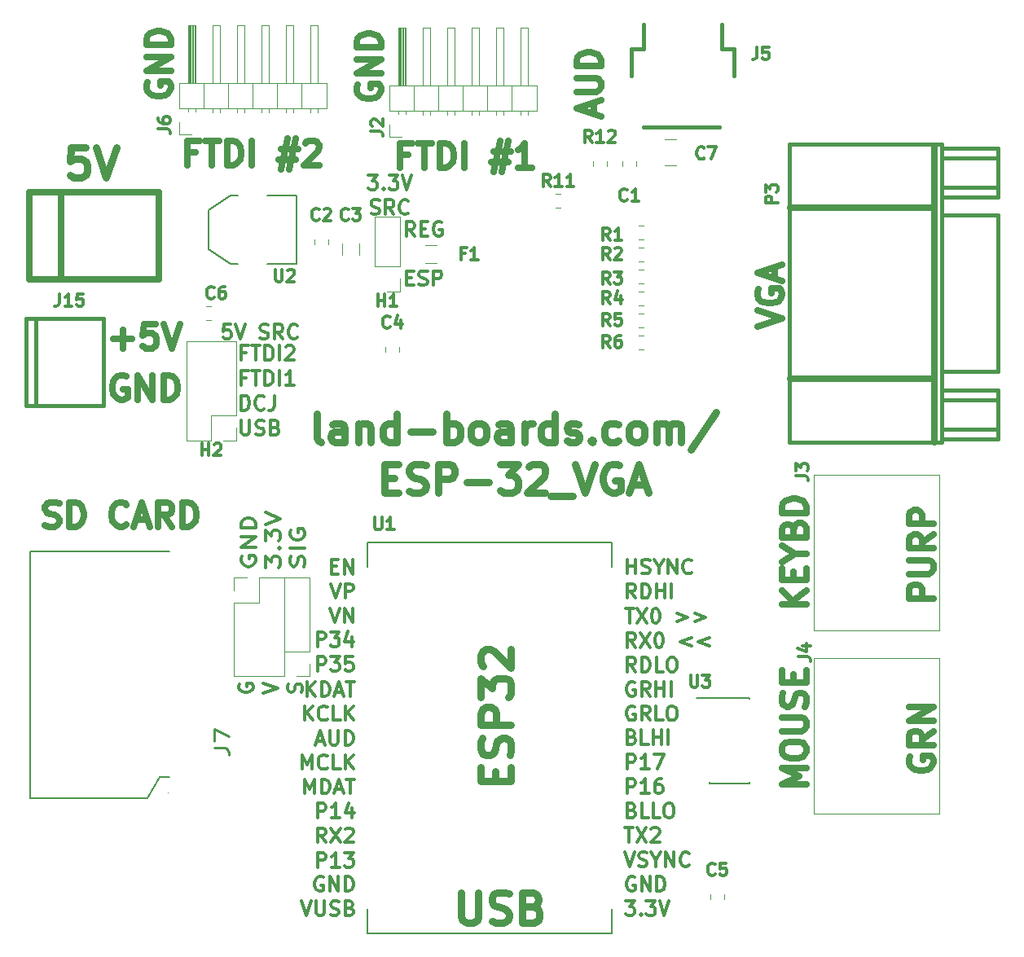
<source format=gbr>
G04 #@! TF.GenerationSoftware,KiCad,Pcbnew,(5.0.2)-1*
G04 #@! TF.CreationDate,2020-02-01T11:40:42-05:00*
G04 #@! TF.ProjectId,ESP-32_VGA,4553502d-3332-45f5-9647-412e6b696361,2*
G04 #@! TF.SameCoordinates,Original*
G04 #@! TF.FileFunction,Legend,Top*
G04 #@! TF.FilePolarity,Positive*
%FSLAX46Y46*%
G04 Gerber Fmt 4.6, Leading zero omitted, Abs format (unit mm)*
G04 Created by KiCad (PCBNEW (5.0.2)-1) date 2/1/2020 11:40:42 AM*
%MOMM*%
%LPD*%
G01*
G04 APERTURE LIST*
%ADD10C,0.635000*%
%ADD11C,0.300000*%
%ADD12C,0.793750*%
%ADD13C,0.750000*%
%ADD14C,0.120000*%
%ADD15C,0.203200*%
%ADD16C,0.381000*%
%ADD17C,0.150000*%
%ADD18C,0.650000*%
%ADD19C,0.010000*%
%ADD20C,0.317500*%
%ADD21C,0.250000*%
G04 APERTURE END LIST*
D10*
X101854000Y-86517238D02*
X101733047Y-86759142D01*
X101733047Y-87122000D01*
X101854000Y-87484857D01*
X102095904Y-87726761D01*
X102337809Y-87847714D01*
X102821619Y-87968666D01*
X103184476Y-87968666D01*
X103668285Y-87847714D01*
X103910190Y-87726761D01*
X104152095Y-87484857D01*
X104273047Y-87122000D01*
X104273047Y-86880095D01*
X104152095Y-86517238D01*
X104031142Y-86396285D01*
X103184476Y-86396285D01*
X103184476Y-86880095D01*
X104273047Y-83856285D02*
X103063523Y-84702952D01*
X104273047Y-85307714D02*
X101733047Y-85307714D01*
X101733047Y-84340095D01*
X101854000Y-84098190D01*
X101974952Y-83977238D01*
X102216857Y-83856285D01*
X102579714Y-83856285D01*
X102821619Y-83977238D01*
X102942571Y-84098190D01*
X103063523Y-84340095D01*
X103063523Y-85307714D01*
X104273047Y-82767714D02*
X101733047Y-82767714D01*
X104273047Y-81316285D01*
X101733047Y-81316285D01*
X104273047Y-70067714D02*
X101733047Y-70067714D01*
X101733047Y-69100095D01*
X101854000Y-68858190D01*
X101974952Y-68737238D01*
X102216857Y-68616285D01*
X102579714Y-68616285D01*
X102821619Y-68737238D01*
X102942571Y-68858190D01*
X103063523Y-69100095D01*
X103063523Y-70067714D01*
X101733047Y-67527714D02*
X103789238Y-67527714D01*
X104031142Y-67406761D01*
X104152095Y-67285809D01*
X104273047Y-67043904D01*
X104273047Y-66560095D01*
X104152095Y-66318190D01*
X104031142Y-66197238D01*
X103789238Y-66076285D01*
X101733047Y-66076285D01*
X104273047Y-63415333D02*
X103063523Y-64262000D01*
X104273047Y-64866761D02*
X101733047Y-64866761D01*
X101733047Y-63899142D01*
X101854000Y-63657238D01*
X101974952Y-63536285D01*
X102216857Y-63415333D01*
X102579714Y-63415333D01*
X102821619Y-63536285D01*
X102942571Y-63657238D01*
X103063523Y-63899142D01*
X103063523Y-64866761D01*
X104273047Y-62326761D02*
X101733047Y-62326761D01*
X101733047Y-61359142D01*
X101854000Y-61117238D01*
X101974952Y-60996285D01*
X102216857Y-60875333D01*
X102579714Y-60875333D01*
X102821619Y-60996285D01*
X102942571Y-61117238D01*
X103063523Y-61359142D01*
X103063523Y-62326761D01*
X11950095Y-62496095D02*
X12312952Y-62617047D01*
X12917714Y-62617047D01*
X13159619Y-62496095D01*
X13280571Y-62375142D01*
X13401523Y-62133238D01*
X13401523Y-61891333D01*
X13280571Y-61649428D01*
X13159619Y-61528476D01*
X12917714Y-61407523D01*
X12433904Y-61286571D01*
X12192000Y-61165619D01*
X12071047Y-61044666D01*
X11950095Y-60802761D01*
X11950095Y-60560857D01*
X12071047Y-60318952D01*
X12192000Y-60198000D01*
X12433904Y-60077047D01*
X13038666Y-60077047D01*
X13401523Y-60198000D01*
X14490095Y-62617047D02*
X14490095Y-60077047D01*
X15094857Y-60077047D01*
X15457714Y-60198000D01*
X15699619Y-60439904D01*
X15820571Y-60681809D01*
X15941523Y-61165619D01*
X15941523Y-61528476D01*
X15820571Y-62012285D01*
X15699619Y-62254190D01*
X15457714Y-62496095D01*
X15094857Y-62617047D01*
X14490095Y-62617047D01*
X20416761Y-62375142D02*
X20295809Y-62496095D01*
X19932952Y-62617047D01*
X19691047Y-62617047D01*
X19328190Y-62496095D01*
X19086285Y-62254190D01*
X18965333Y-62012285D01*
X18844380Y-61528476D01*
X18844380Y-61165619D01*
X18965333Y-60681809D01*
X19086285Y-60439904D01*
X19328190Y-60198000D01*
X19691047Y-60077047D01*
X19932952Y-60077047D01*
X20295809Y-60198000D01*
X20416761Y-60318952D01*
X21384380Y-61891333D02*
X22593904Y-61891333D01*
X21142476Y-62617047D02*
X21989142Y-60077047D01*
X22835809Y-62617047D01*
X25133904Y-62617047D02*
X24287238Y-61407523D01*
X23682476Y-62617047D02*
X23682476Y-60077047D01*
X24650095Y-60077047D01*
X24892000Y-60198000D01*
X25012952Y-60318952D01*
X25133904Y-60560857D01*
X25133904Y-60923714D01*
X25012952Y-61165619D01*
X24892000Y-61286571D01*
X24650095Y-61407523D01*
X23682476Y-61407523D01*
X26222476Y-62617047D02*
X26222476Y-60077047D01*
X26827238Y-60077047D01*
X27190095Y-60198000D01*
X27432000Y-60439904D01*
X27552952Y-60681809D01*
X27673904Y-61165619D01*
X27673904Y-61528476D01*
X27552952Y-62012285D01*
X27432000Y-62254190D01*
X27190095Y-62496095D01*
X26827238Y-62617047D01*
X26222476Y-62617047D01*
D11*
X40826428Y-99072000D02*
X40683571Y-99000571D01*
X40469285Y-99000571D01*
X40255000Y-99072000D01*
X40112142Y-99214857D01*
X40040714Y-99357714D01*
X39969285Y-99643428D01*
X39969285Y-99857714D01*
X40040714Y-100143428D01*
X40112142Y-100286285D01*
X40255000Y-100429142D01*
X40469285Y-100500571D01*
X40612142Y-100500571D01*
X40826428Y-100429142D01*
X40897857Y-100357714D01*
X40897857Y-99857714D01*
X40612142Y-99857714D01*
X41540714Y-100500571D02*
X41540714Y-99000571D01*
X42397857Y-100500571D01*
X42397857Y-99000571D01*
X43112142Y-100500571D02*
X43112142Y-99000571D01*
X43469285Y-99000571D01*
X43683571Y-99072000D01*
X43826428Y-99214857D01*
X43897857Y-99357714D01*
X43969285Y-99643428D01*
X43969285Y-99857714D01*
X43897857Y-100143428D01*
X43826428Y-100286285D01*
X43683571Y-100429142D01*
X43469285Y-100500571D01*
X43112142Y-100500571D01*
X50343714Y-32418571D02*
X49843714Y-31704285D01*
X49486571Y-32418571D02*
X49486571Y-30918571D01*
X50058000Y-30918571D01*
X50200857Y-30990000D01*
X50272285Y-31061428D01*
X50343714Y-31204285D01*
X50343714Y-31418571D01*
X50272285Y-31561428D01*
X50200857Y-31632857D01*
X50058000Y-31704285D01*
X49486571Y-31704285D01*
X50986571Y-31632857D02*
X51486571Y-31632857D01*
X51700857Y-32418571D02*
X50986571Y-32418571D01*
X50986571Y-30918571D01*
X51700857Y-30918571D01*
X53129428Y-30990000D02*
X52986571Y-30918571D01*
X52772285Y-30918571D01*
X52558000Y-30990000D01*
X52415142Y-31132857D01*
X52343714Y-31275714D01*
X52272285Y-31561428D01*
X52272285Y-31775714D01*
X52343714Y-32061428D01*
X52415142Y-32204285D01*
X52558000Y-32347142D01*
X52772285Y-32418571D01*
X52915142Y-32418571D01*
X53129428Y-32347142D01*
X53200857Y-32275714D01*
X53200857Y-31775714D01*
X52915142Y-31775714D01*
X49522285Y-36732857D02*
X50022285Y-36732857D01*
X50236571Y-37518571D02*
X49522285Y-37518571D01*
X49522285Y-36018571D01*
X50236571Y-36018571D01*
X50808000Y-37447142D02*
X51022285Y-37518571D01*
X51379428Y-37518571D01*
X51522285Y-37447142D01*
X51593714Y-37375714D01*
X51665142Y-37232857D01*
X51665142Y-37090000D01*
X51593714Y-36947142D01*
X51522285Y-36875714D01*
X51379428Y-36804285D01*
X51093714Y-36732857D01*
X50950857Y-36661428D01*
X50879428Y-36590000D01*
X50808000Y-36447142D01*
X50808000Y-36304285D01*
X50879428Y-36161428D01*
X50950857Y-36090000D01*
X51093714Y-36018571D01*
X51450857Y-36018571D01*
X51665142Y-36090000D01*
X52308000Y-37518571D02*
X52308000Y-36018571D01*
X52879428Y-36018571D01*
X53022285Y-36090000D01*
X53093714Y-36161428D01*
X53165142Y-36304285D01*
X53165142Y-36518571D01*
X53093714Y-36661428D01*
X53022285Y-36732857D01*
X52879428Y-36804285D01*
X52308000Y-36804285D01*
X45537714Y-26097571D02*
X46466285Y-26097571D01*
X45966285Y-26669000D01*
X46180571Y-26669000D01*
X46323428Y-26740428D01*
X46394857Y-26811857D01*
X46466285Y-26954714D01*
X46466285Y-27311857D01*
X46394857Y-27454714D01*
X46323428Y-27526142D01*
X46180571Y-27597571D01*
X45752000Y-27597571D01*
X45609142Y-27526142D01*
X45537714Y-27454714D01*
X47109142Y-27454714D02*
X47180571Y-27526142D01*
X47109142Y-27597571D01*
X47037714Y-27526142D01*
X47109142Y-27454714D01*
X47109142Y-27597571D01*
X47680571Y-26097571D02*
X48609142Y-26097571D01*
X48109142Y-26669000D01*
X48323428Y-26669000D01*
X48466285Y-26740428D01*
X48537714Y-26811857D01*
X48609142Y-26954714D01*
X48609142Y-27311857D01*
X48537714Y-27454714D01*
X48466285Y-27526142D01*
X48323428Y-27597571D01*
X47894857Y-27597571D01*
X47752000Y-27526142D01*
X47680571Y-27454714D01*
X49037714Y-26097571D02*
X49537714Y-27597571D01*
X50037714Y-26097571D01*
X45823428Y-30076142D02*
X46037714Y-30147571D01*
X46394857Y-30147571D01*
X46537714Y-30076142D01*
X46609142Y-30004714D01*
X46680571Y-29861857D01*
X46680571Y-29719000D01*
X46609142Y-29576142D01*
X46537714Y-29504714D01*
X46394857Y-29433285D01*
X46109142Y-29361857D01*
X45966285Y-29290428D01*
X45894857Y-29219000D01*
X45823428Y-29076142D01*
X45823428Y-28933285D01*
X45894857Y-28790428D01*
X45966285Y-28719000D01*
X46109142Y-28647571D01*
X46466285Y-28647571D01*
X46680571Y-28719000D01*
X48180571Y-30147571D02*
X47680571Y-29433285D01*
X47323428Y-30147571D02*
X47323428Y-28647571D01*
X47894857Y-28647571D01*
X48037714Y-28719000D01*
X48109142Y-28790428D01*
X48180571Y-28933285D01*
X48180571Y-29147571D01*
X48109142Y-29290428D01*
X48037714Y-29361857D01*
X47894857Y-29433285D01*
X47323428Y-29433285D01*
X49680571Y-30004714D02*
X49609142Y-30076142D01*
X49394857Y-30147571D01*
X49252000Y-30147571D01*
X49037714Y-30076142D01*
X48894857Y-29933285D01*
X48823428Y-29790428D01*
X48752000Y-29504714D01*
X48752000Y-29290428D01*
X48823428Y-29004714D01*
X48894857Y-28861857D01*
X49037714Y-28719000D01*
X49252000Y-28647571D01*
X49394857Y-28647571D01*
X49609142Y-28719000D01*
X49680571Y-28790428D01*
D10*
X44450000Y-16667238D02*
X44329047Y-16909142D01*
X44329047Y-17272000D01*
X44450000Y-17634857D01*
X44691904Y-17876761D01*
X44933809Y-17997714D01*
X45417619Y-18118666D01*
X45780476Y-18118666D01*
X46264285Y-17997714D01*
X46506190Y-17876761D01*
X46748095Y-17634857D01*
X46869047Y-17272000D01*
X46869047Y-17030095D01*
X46748095Y-16667238D01*
X46627142Y-16546285D01*
X45780476Y-16546285D01*
X45780476Y-17030095D01*
X46869047Y-15457714D02*
X44329047Y-15457714D01*
X46869047Y-14006285D01*
X44329047Y-14006285D01*
X46869047Y-12796761D02*
X44329047Y-12796761D01*
X44329047Y-12192000D01*
X44450000Y-11829142D01*
X44691904Y-11587238D01*
X44933809Y-11466285D01*
X45417619Y-11345333D01*
X45780476Y-11345333D01*
X46264285Y-11466285D01*
X46506190Y-11587238D01*
X46748095Y-11829142D01*
X46869047Y-12192000D01*
X46869047Y-12796761D01*
X22606000Y-16413238D02*
X22485047Y-16655142D01*
X22485047Y-17018000D01*
X22606000Y-17380857D01*
X22847904Y-17622761D01*
X23089809Y-17743714D01*
X23573619Y-17864666D01*
X23936476Y-17864666D01*
X24420285Y-17743714D01*
X24662190Y-17622761D01*
X24904095Y-17380857D01*
X25025047Y-17018000D01*
X25025047Y-16776095D01*
X24904095Y-16413238D01*
X24783142Y-16292285D01*
X23936476Y-16292285D01*
X23936476Y-16776095D01*
X25025047Y-15203714D02*
X22485047Y-15203714D01*
X25025047Y-13752285D01*
X22485047Y-13752285D01*
X25025047Y-12542761D02*
X22485047Y-12542761D01*
X22485047Y-11938000D01*
X22606000Y-11575142D01*
X22847904Y-11333238D01*
X23089809Y-11212285D01*
X23573619Y-11091333D01*
X23936476Y-11091333D01*
X24420285Y-11212285D01*
X24662190Y-11333238D01*
X24904095Y-11575142D01*
X25025047Y-11938000D01*
X25025047Y-12542761D01*
X69003333Y-19715238D02*
X69003333Y-18505714D01*
X69729047Y-19957142D02*
X67189047Y-19110476D01*
X69729047Y-18263809D01*
X67189047Y-17417142D02*
X69245238Y-17417142D01*
X69487142Y-17296190D01*
X69608095Y-17175238D01*
X69729047Y-16933333D01*
X69729047Y-16449523D01*
X69608095Y-16207619D01*
X69487142Y-16086666D01*
X69245238Y-15965714D01*
X67189047Y-15965714D01*
X69729047Y-14756190D02*
X67189047Y-14756190D01*
X67189047Y-14151428D01*
X67310000Y-13788571D01*
X67551904Y-13546666D01*
X67793809Y-13425714D01*
X68277619Y-13304761D01*
X68640476Y-13304761D01*
X69124285Y-13425714D01*
X69366190Y-13546666D01*
X69608095Y-13788571D01*
X69729047Y-14151428D01*
X69729047Y-14756190D01*
X19051511Y-43107428D02*
X20986750Y-43107428D01*
X20019130Y-44075047D02*
X20019130Y-42139809D01*
X23405797Y-41535047D02*
X22196273Y-41535047D01*
X22075321Y-42744571D01*
X22196273Y-42623619D01*
X22438178Y-42502666D01*
X23042940Y-42502666D01*
X23284845Y-42623619D01*
X23405797Y-42744571D01*
X23526750Y-42986476D01*
X23526750Y-43591238D01*
X23405797Y-43833142D01*
X23284845Y-43954095D01*
X23042940Y-44075047D01*
X22438178Y-44075047D01*
X22196273Y-43954095D01*
X22075321Y-43833142D01*
X24252464Y-41535047D02*
X25099130Y-44075047D01*
X25945797Y-41535047D01*
X20381988Y-46990000D02*
X20140083Y-46869047D01*
X19777226Y-46869047D01*
X19414369Y-46990000D01*
X19172464Y-47231904D01*
X19051511Y-47473809D01*
X18930559Y-47957619D01*
X18930559Y-48320476D01*
X19051511Y-48804285D01*
X19172464Y-49046190D01*
X19414369Y-49288095D01*
X19777226Y-49409047D01*
X20019130Y-49409047D01*
X20381988Y-49288095D01*
X20502940Y-49167142D01*
X20502940Y-48320476D01*
X20019130Y-48320476D01*
X21591511Y-49409047D02*
X21591511Y-46869047D01*
X23042940Y-49409047D01*
X23042940Y-46869047D01*
X24252464Y-49409047D02*
X24252464Y-46869047D01*
X24857226Y-46869047D01*
X25220083Y-46990000D01*
X25461988Y-47231904D01*
X25582940Y-47473809D01*
X25703892Y-47957619D01*
X25703892Y-48320476D01*
X25582940Y-48804285D01*
X25461988Y-49046190D01*
X25220083Y-49288095D01*
X24857226Y-49409047D01*
X24252464Y-49409047D01*
X91065047Y-70720857D02*
X88525047Y-70720857D01*
X91065047Y-69269428D02*
X89613619Y-70358000D01*
X88525047Y-69269428D02*
X89976476Y-70720857D01*
X89734571Y-68180857D02*
X89734571Y-67334190D01*
X91065047Y-66971333D02*
X91065047Y-68180857D01*
X88525047Y-68180857D01*
X88525047Y-66971333D01*
X89855523Y-65398952D02*
X91065047Y-65398952D01*
X88525047Y-66245619D02*
X89855523Y-65398952D01*
X88525047Y-64552285D01*
X89734571Y-62858952D02*
X89855523Y-62496095D01*
X89976476Y-62375142D01*
X90218380Y-62254190D01*
X90581238Y-62254190D01*
X90823142Y-62375142D01*
X90944095Y-62496095D01*
X91065047Y-62738000D01*
X91065047Y-63705619D01*
X88525047Y-63705619D01*
X88525047Y-62858952D01*
X88646000Y-62617047D01*
X88766952Y-62496095D01*
X89008857Y-62375142D01*
X89250761Y-62375142D01*
X89492666Y-62496095D01*
X89613619Y-62617047D01*
X89734571Y-62858952D01*
X89734571Y-63705619D01*
X91065047Y-61165619D02*
X88525047Y-61165619D01*
X88525047Y-60560857D01*
X88646000Y-60198000D01*
X88887904Y-59956095D01*
X89129809Y-59835142D01*
X89613619Y-59714190D01*
X89976476Y-59714190D01*
X90460285Y-59835142D01*
X90702190Y-59956095D01*
X90944095Y-60198000D01*
X91065047Y-60560857D01*
X91065047Y-61165619D01*
X91065047Y-89432190D02*
X88525047Y-89432190D01*
X90339333Y-88585523D01*
X88525047Y-87738857D01*
X91065047Y-87738857D01*
X88525047Y-86045523D02*
X88525047Y-85561714D01*
X88646000Y-85319809D01*
X88887904Y-85077904D01*
X89371714Y-84956952D01*
X90218380Y-84956952D01*
X90702190Y-85077904D01*
X90944095Y-85319809D01*
X91065047Y-85561714D01*
X91065047Y-86045523D01*
X90944095Y-86287428D01*
X90702190Y-86529333D01*
X90218380Y-86650285D01*
X89371714Y-86650285D01*
X88887904Y-86529333D01*
X88646000Y-86287428D01*
X88525047Y-86045523D01*
X88525047Y-83868380D02*
X90581238Y-83868380D01*
X90823142Y-83747428D01*
X90944095Y-83626476D01*
X91065047Y-83384571D01*
X91065047Y-82900761D01*
X90944095Y-82658857D01*
X90823142Y-82537904D01*
X90581238Y-82416952D01*
X88525047Y-82416952D01*
X90944095Y-81328380D02*
X91065047Y-80965523D01*
X91065047Y-80360761D01*
X90944095Y-80118857D01*
X90823142Y-79997904D01*
X90581238Y-79876952D01*
X90339333Y-79876952D01*
X90097428Y-79997904D01*
X89976476Y-80118857D01*
X89855523Y-80360761D01*
X89734571Y-80844571D01*
X89613619Y-81086476D01*
X89492666Y-81207428D01*
X89250761Y-81328380D01*
X89008857Y-81328380D01*
X88766952Y-81207428D01*
X88646000Y-81086476D01*
X88525047Y-80844571D01*
X88525047Y-80239809D01*
X88646000Y-79876952D01*
X89734571Y-78788380D02*
X89734571Y-77941714D01*
X91065047Y-77578857D02*
X91065047Y-78788380D01*
X88525047Y-78788380D01*
X88525047Y-77578857D01*
D11*
X32387000Y-65663571D02*
X32315571Y-65845000D01*
X32315571Y-66117142D01*
X32387000Y-66389285D01*
X32529857Y-66570714D01*
X32672714Y-66661428D01*
X32958428Y-66752142D01*
X33172714Y-66752142D01*
X33458428Y-66661428D01*
X33601285Y-66570714D01*
X33744142Y-66389285D01*
X33815571Y-66117142D01*
X33815571Y-65935714D01*
X33744142Y-65663571D01*
X33672714Y-65572857D01*
X33172714Y-65572857D01*
X33172714Y-65935714D01*
X33815571Y-64756428D02*
X32315571Y-64756428D01*
X33815571Y-63667857D01*
X32315571Y-63667857D01*
X33815571Y-62760714D02*
X32315571Y-62760714D01*
X32315571Y-62307142D01*
X32387000Y-62035000D01*
X32529857Y-61853571D01*
X32672714Y-61762857D01*
X32958428Y-61672142D01*
X33172714Y-61672142D01*
X33458428Y-61762857D01*
X33601285Y-61853571D01*
X33744142Y-62035000D01*
X33815571Y-62307142D01*
X33815571Y-62760714D01*
X34865571Y-66842857D02*
X34865571Y-65663571D01*
X35437000Y-66298571D01*
X35437000Y-66026428D01*
X35508428Y-65845000D01*
X35579857Y-65754285D01*
X35722714Y-65663571D01*
X36079857Y-65663571D01*
X36222714Y-65754285D01*
X36294142Y-65845000D01*
X36365571Y-66026428D01*
X36365571Y-66570714D01*
X36294142Y-66752142D01*
X36222714Y-66842857D01*
X36222714Y-64847142D02*
X36294142Y-64756428D01*
X36365571Y-64847142D01*
X36294142Y-64937857D01*
X36222714Y-64847142D01*
X36365571Y-64847142D01*
X34865571Y-64121428D02*
X34865571Y-62942142D01*
X35437000Y-63577142D01*
X35437000Y-63305000D01*
X35508428Y-63123571D01*
X35579857Y-63032857D01*
X35722714Y-62942142D01*
X36079857Y-62942142D01*
X36222714Y-63032857D01*
X36294142Y-63123571D01*
X36365571Y-63305000D01*
X36365571Y-63849285D01*
X36294142Y-64030714D01*
X36222714Y-64121428D01*
X34865571Y-62397857D02*
X36365571Y-61762857D01*
X34865571Y-61127857D01*
X38844142Y-66752142D02*
X38915571Y-66480000D01*
X38915571Y-66026428D01*
X38844142Y-65845000D01*
X38772714Y-65754285D01*
X38629857Y-65663571D01*
X38487000Y-65663571D01*
X38344142Y-65754285D01*
X38272714Y-65845000D01*
X38201285Y-66026428D01*
X38129857Y-66389285D01*
X38058428Y-66570714D01*
X37987000Y-66661428D01*
X37844142Y-66752142D01*
X37701285Y-66752142D01*
X37558428Y-66661428D01*
X37487000Y-66570714D01*
X37415571Y-66389285D01*
X37415571Y-65935714D01*
X37487000Y-65663571D01*
X38915571Y-64847142D02*
X37415571Y-64847142D01*
X37487000Y-62942142D02*
X37415571Y-63123571D01*
X37415571Y-63395714D01*
X37487000Y-63667857D01*
X37629857Y-63849285D01*
X37772714Y-63940000D01*
X38058428Y-64030714D01*
X38272714Y-64030714D01*
X38558428Y-63940000D01*
X38701285Y-63849285D01*
X38844142Y-63667857D01*
X38915571Y-63395714D01*
X38915571Y-63214285D01*
X38844142Y-62942142D01*
X38772714Y-62851428D01*
X38272714Y-62851428D01*
X38272714Y-63214285D01*
D10*
X27601333Y-23694571D02*
X26754666Y-23694571D01*
X26754666Y-25025047D02*
X26754666Y-22485047D01*
X27964190Y-22485047D01*
X28568952Y-22485047D02*
X30020380Y-22485047D01*
X29294666Y-25025047D02*
X29294666Y-22485047D01*
X30867047Y-25025047D02*
X30867047Y-22485047D01*
X31471809Y-22485047D01*
X31834666Y-22606000D01*
X32076571Y-22847904D01*
X32197523Y-23089809D01*
X32318476Y-23573619D01*
X32318476Y-23936476D01*
X32197523Y-24420285D01*
X32076571Y-24662190D01*
X31834666Y-24904095D01*
X31471809Y-25025047D01*
X30867047Y-25025047D01*
X33407047Y-25025047D02*
X33407047Y-22485047D01*
X36430857Y-23331714D02*
X38245142Y-23331714D01*
X37156571Y-22243142D02*
X36430857Y-25508857D01*
X38003238Y-24420285D02*
X36188952Y-24420285D01*
X37277523Y-25508857D02*
X38003238Y-22243142D01*
X38970857Y-22726952D02*
X39091809Y-22606000D01*
X39333714Y-22485047D01*
X39938476Y-22485047D01*
X40180380Y-22606000D01*
X40301333Y-22726952D01*
X40422285Y-22968857D01*
X40422285Y-23210761D01*
X40301333Y-23573619D01*
X38849904Y-25025047D01*
X40422285Y-25025047D01*
D11*
X38612142Y-101540571D02*
X39112142Y-103040571D01*
X39612142Y-101540571D01*
X40112142Y-101540571D02*
X40112142Y-102754857D01*
X40183571Y-102897714D01*
X40255000Y-102969142D01*
X40397857Y-103040571D01*
X40683571Y-103040571D01*
X40826428Y-102969142D01*
X40897857Y-102897714D01*
X40969285Y-102754857D01*
X40969285Y-101540571D01*
X41612142Y-102969142D02*
X41826428Y-103040571D01*
X42183571Y-103040571D01*
X42326428Y-102969142D01*
X42397857Y-102897714D01*
X42469285Y-102754857D01*
X42469285Y-102612000D01*
X42397857Y-102469142D01*
X42326428Y-102397714D01*
X42183571Y-102326285D01*
X41897857Y-102254857D01*
X41755000Y-102183428D01*
X41683571Y-102112000D01*
X41612142Y-101969142D01*
X41612142Y-101826285D01*
X41683571Y-101683428D01*
X41755000Y-101612000D01*
X41897857Y-101540571D01*
X42255000Y-101540571D01*
X42469285Y-101612000D01*
X43612142Y-102254857D02*
X43826428Y-102326285D01*
X43897857Y-102397714D01*
X43969285Y-102540571D01*
X43969285Y-102754857D01*
X43897857Y-102897714D01*
X43826428Y-102969142D01*
X43683571Y-103040571D01*
X43112142Y-103040571D01*
X43112142Y-101540571D01*
X43612142Y-101540571D01*
X43755000Y-101612000D01*
X43826428Y-101683428D01*
X43897857Y-101826285D01*
X43897857Y-101969142D01*
X43826428Y-102112000D01*
X43755000Y-102183428D01*
X43612142Y-102254857D01*
X43112142Y-102254857D01*
X32815857Y-44526142D02*
X32307857Y-44526142D01*
X32307857Y-45324428D02*
X32307857Y-43800428D01*
X33033571Y-43800428D01*
X33396428Y-43800428D02*
X34267285Y-43800428D01*
X33831857Y-45324428D02*
X33831857Y-43800428D01*
X34775285Y-45324428D02*
X34775285Y-43800428D01*
X35138142Y-43800428D01*
X35355857Y-43873000D01*
X35501000Y-44018142D01*
X35573571Y-44163285D01*
X35646142Y-44453571D01*
X35646142Y-44671285D01*
X35573571Y-44961571D01*
X35501000Y-45106714D01*
X35355857Y-45251857D01*
X35138142Y-45324428D01*
X34775285Y-45324428D01*
X36299285Y-45324428D02*
X36299285Y-43800428D01*
X36952428Y-43945571D02*
X37025000Y-43873000D01*
X37170142Y-43800428D01*
X37533000Y-43800428D01*
X37678142Y-43873000D01*
X37750714Y-43945571D01*
X37823285Y-44090714D01*
X37823285Y-44235857D01*
X37750714Y-44453571D01*
X36879857Y-45324428D01*
X37823285Y-45324428D01*
X32815857Y-47112142D02*
X32307857Y-47112142D01*
X32307857Y-47910428D02*
X32307857Y-46386428D01*
X33033571Y-46386428D01*
X33396428Y-46386428D02*
X34267285Y-46386428D01*
X33831857Y-47910428D02*
X33831857Y-46386428D01*
X34775285Y-47910428D02*
X34775285Y-46386428D01*
X35138142Y-46386428D01*
X35355857Y-46459000D01*
X35501000Y-46604142D01*
X35573571Y-46749285D01*
X35646142Y-47039571D01*
X35646142Y-47257285D01*
X35573571Y-47547571D01*
X35501000Y-47692714D01*
X35355857Y-47837857D01*
X35138142Y-47910428D01*
X34775285Y-47910428D01*
X36299285Y-47910428D02*
X36299285Y-46386428D01*
X37823285Y-47910428D02*
X36952428Y-47910428D01*
X37387857Y-47910428D02*
X37387857Y-46386428D01*
X37242714Y-46604142D01*
X37097571Y-46749285D01*
X36952428Y-46821857D01*
X32307857Y-50496428D02*
X32307857Y-48972428D01*
X32670714Y-48972428D01*
X32888428Y-49045000D01*
X33033571Y-49190142D01*
X33106142Y-49335285D01*
X33178714Y-49625571D01*
X33178714Y-49843285D01*
X33106142Y-50133571D01*
X33033571Y-50278714D01*
X32888428Y-50423857D01*
X32670714Y-50496428D01*
X32307857Y-50496428D01*
X34702714Y-50351285D02*
X34630142Y-50423857D01*
X34412428Y-50496428D01*
X34267285Y-50496428D01*
X34049571Y-50423857D01*
X33904428Y-50278714D01*
X33831857Y-50133571D01*
X33759285Y-49843285D01*
X33759285Y-49625571D01*
X33831857Y-49335285D01*
X33904428Y-49190142D01*
X34049571Y-49045000D01*
X34267285Y-48972428D01*
X34412428Y-48972428D01*
X34630142Y-49045000D01*
X34702714Y-49117571D01*
X35791285Y-48972428D02*
X35791285Y-50061000D01*
X35718714Y-50278714D01*
X35573571Y-50423857D01*
X35355857Y-50496428D01*
X35210714Y-50496428D01*
X32307857Y-51558428D02*
X32307857Y-52792142D01*
X32380428Y-52937285D01*
X32453000Y-53009857D01*
X32598142Y-53082428D01*
X32888428Y-53082428D01*
X33033571Y-53009857D01*
X33106142Y-52937285D01*
X33178714Y-52792142D01*
X33178714Y-51558428D01*
X33831857Y-53009857D02*
X34049571Y-53082428D01*
X34412428Y-53082428D01*
X34557571Y-53009857D01*
X34630142Y-52937285D01*
X34702714Y-52792142D01*
X34702714Y-52647000D01*
X34630142Y-52501857D01*
X34557571Y-52429285D01*
X34412428Y-52356714D01*
X34122142Y-52284142D01*
X33977000Y-52211571D01*
X33904428Y-52139000D01*
X33831857Y-51993857D01*
X33831857Y-51848714D01*
X33904428Y-51703571D01*
X33977000Y-51631000D01*
X34122142Y-51558428D01*
X34485000Y-51558428D01*
X34702714Y-51631000D01*
X35863857Y-52284142D02*
X36081571Y-52356714D01*
X36154142Y-52429285D01*
X36226714Y-52574428D01*
X36226714Y-52792142D01*
X36154142Y-52937285D01*
X36081571Y-53009857D01*
X35936428Y-53082428D01*
X35355857Y-53082428D01*
X35355857Y-51558428D01*
X35863857Y-51558428D01*
X36009000Y-51631000D01*
X36081571Y-51703571D01*
X36154142Y-51848714D01*
X36154142Y-51993857D01*
X36081571Y-52139000D01*
X36009000Y-52211571D01*
X35863857Y-52284142D01*
X35355857Y-52284142D01*
X31218571Y-41596571D02*
X30504285Y-41596571D01*
X30432857Y-42310857D01*
X30504285Y-42239428D01*
X30647142Y-42168000D01*
X31004285Y-42168000D01*
X31147142Y-42239428D01*
X31218571Y-42310857D01*
X31290000Y-42453714D01*
X31290000Y-42810857D01*
X31218571Y-42953714D01*
X31147142Y-43025142D01*
X31004285Y-43096571D01*
X30647142Y-43096571D01*
X30504285Y-43025142D01*
X30432857Y-42953714D01*
X31718571Y-41596571D02*
X32218571Y-43096571D01*
X32718571Y-41596571D01*
X34290000Y-43025142D02*
X34504285Y-43096571D01*
X34861428Y-43096571D01*
X35004285Y-43025142D01*
X35075714Y-42953714D01*
X35147142Y-42810857D01*
X35147142Y-42668000D01*
X35075714Y-42525142D01*
X35004285Y-42453714D01*
X34861428Y-42382285D01*
X34575714Y-42310857D01*
X34432857Y-42239428D01*
X34361428Y-42168000D01*
X34290000Y-42025142D01*
X34290000Y-41882285D01*
X34361428Y-41739428D01*
X34432857Y-41668000D01*
X34575714Y-41596571D01*
X34932857Y-41596571D01*
X35147142Y-41668000D01*
X36647142Y-43096571D02*
X36147142Y-42382285D01*
X35790000Y-43096571D02*
X35790000Y-41596571D01*
X36361428Y-41596571D01*
X36504285Y-41668000D01*
X36575714Y-41739428D01*
X36647142Y-41882285D01*
X36647142Y-42096571D01*
X36575714Y-42239428D01*
X36504285Y-42310857D01*
X36361428Y-42382285D01*
X35790000Y-42382285D01*
X38147142Y-42953714D02*
X38075714Y-43025142D01*
X37861428Y-43096571D01*
X37718571Y-43096571D01*
X37504285Y-43025142D01*
X37361428Y-42882285D01*
X37290000Y-42739428D01*
X37218571Y-42453714D01*
X37218571Y-42239428D01*
X37290000Y-41953714D01*
X37361428Y-41810857D01*
X37504285Y-41668000D01*
X37718571Y-41596571D01*
X37861428Y-41596571D01*
X38075714Y-41668000D01*
X38147142Y-41739428D01*
X41683571Y-66745657D02*
X42183571Y-66745657D01*
X42397857Y-67531371D02*
X41683571Y-67531371D01*
X41683571Y-66031371D01*
X42397857Y-66031371D01*
X43040714Y-67531371D02*
X43040714Y-66031371D01*
X43897857Y-67531371D01*
X43897857Y-66031371D01*
X41612142Y-68545971D02*
X42112142Y-70045971D01*
X42612142Y-68545971D01*
X43112142Y-70045971D02*
X43112142Y-68545971D01*
X43683571Y-68545971D01*
X43826428Y-68617400D01*
X43897857Y-68688828D01*
X43969285Y-68831685D01*
X43969285Y-69045971D01*
X43897857Y-69188828D01*
X43826428Y-69260257D01*
X43683571Y-69331685D01*
X43112142Y-69331685D01*
X41540714Y-71085971D02*
X42040714Y-72585971D01*
X42540714Y-71085971D01*
X43040714Y-72585971D02*
X43040714Y-71085971D01*
X43897857Y-72585971D01*
X43897857Y-71085971D01*
X38580142Y-79803571D02*
X38651571Y-79589285D01*
X38651571Y-79232142D01*
X38580142Y-79089285D01*
X38508714Y-79017857D01*
X38365857Y-78946428D01*
X38223000Y-78946428D01*
X38080142Y-79017857D01*
X38008714Y-79089285D01*
X37937285Y-79232142D01*
X37865857Y-79517857D01*
X37794428Y-79660714D01*
X37723000Y-79732142D01*
X37580142Y-79803571D01*
X37437285Y-79803571D01*
X37294428Y-79732142D01*
X37223000Y-79660714D01*
X37151571Y-79517857D01*
X37151571Y-79160714D01*
X37223000Y-78946428D01*
X32143000Y-78982142D02*
X32071571Y-79125000D01*
X32071571Y-79339285D01*
X32143000Y-79553571D01*
X32285857Y-79696428D01*
X32428714Y-79767857D01*
X32714428Y-79839285D01*
X32928714Y-79839285D01*
X33214428Y-79767857D01*
X33357285Y-79696428D01*
X33500142Y-79553571D01*
X33571571Y-79339285D01*
X33571571Y-79196428D01*
X33500142Y-78982142D01*
X33428714Y-78910714D01*
X32928714Y-78910714D01*
X32928714Y-79196428D01*
X34611571Y-79875000D02*
X36111571Y-79375000D01*
X34611571Y-78875000D01*
X40255000Y-98011371D02*
X40255000Y-96511371D01*
X40826428Y-96511371D01*
X40969285Y-96582800D01*
X41040714Y-96654228D01*
X41112142Y-96797085D01*
X41112142Y-97011371D01*
X41040714Y-97154228D01*
X40969285Y-97225657D01*
X40826428Y-97297085D01*
X40255000Y-97297085D01*
X42540714Y-98011371D02*
X41683571Y-98011371D01*
X42112142Y-98011371D02*
X42112142Y-96511371D01*
X41969285Y-96725657D01*
X41826428Y-96868514D01*
X41683571Y-96939942D01*
X43040714Y-96511371D02*
X43969285Y-96511371D01*
X43469285Y-97082800D01*
X43683571Y-97082800D01*
X43826428Y-97154228D01*
X43897857Y-97225657D01*
X43969285Y-97368514D01*
X43969285Y-97725657D01*
X43897857Y-97868514D01*
X43826428Y-97939942D01*
X43683571Y-98011371D01*
X43255000Y-98011371D01*
X43112142Y-97939942D01*
X43040714Y-97868514D01*
X41112142Y-95445971D02*
X40612142Y-94731685D01*
X40255000Y-95445971D02*
X40255000Y-93945971D01*
X40826428Y-93945971D01*
X40969285Y-94017400D01*
X41040714Y-94088828D01*
X41112142Y-94231685D01*
X41112142Y-94445971D01*
X41040714Y-94588828D01*
X40969285Y-94660257D01*
X40826428Y-94731685D01*
X40255000Y-94731685D01*
X41612142Y-93945971D02*
X42612142Y-95445971D01*
X42612142Y-93945971D02*
X41612142Y-95445971D01*
X43112142Y-94088828D02*
X43183571Y-94017400D01*
X43326428Y-93945971D01*
X43683571Y-93945971D01*
X43826428Y-94017400D01*
X43897857Y-94088828D01*
X43969285Y-94231685D01*
X43969285Y-94374542D01*
X43897857Y-94588828D01*
X43040714Y-95445971D01*
X43969285Y-95445971D01*
X40255000Y-92880571D02*
X40255000Y-91380571D01*
X40826428Y-91380571D01*
X40969285Y-91452000D01*
X41040714Y-91523428D01*
X41112142Y-91666285D01*
X41112142Y-91880571D01*
X41040714Y-92023428D01*
X40969285Y-92094857D01*
X40826428Y-92166285D01*
X40255000Y-92166285D01*
X42540714Y-92880571D02*
X41683571Y-92880571D01*
X42112142Y-92880571D02*
X42112142Y-91380571D01*
X41969285Y-91594857D01*
X41826428Y-91737714D01*
X41683571Y-91809142D01*
X43826428Y-91880571D02*
X43826428Y-92880571D01*
X43469285Y-91309142D02*
X43112142Y-92380571D01*
X44040714Y-92380571D01*
X38943885Y-90365971D02*
X38943885Y-88865971D01*
X39443885Y-89937400D01*
X39943885Y-88865971D01*
X39943885Y-90365971D01*
X40658171Y-90365971D02*
X40658171Y-88865971D01*
X41015314Y-88865971D01*
X41229600Y-88937400D01*
X41372457Y-89080257D01*
X41443885Y-89223114D01*
X41515314Y-89508828D01*
X41515314Y-89723114D01*
X41443885Y-90008828D01*
X41372457Y-90151685D01*
X41229600Y-90294542D01*
X41015314Y-90365971D01*
X40658171Y-90365971D01*
X42086742Y-89937400D02*
X42801028Y-89937400D01*
X41943885Y-90365971D02*
X42443885Y-88865971D01*
X42943885Y-90365971D01*
X43229600Y-88865971D02*
X44086742Y-88865971D01*
X43658171Y-90365971D02*
X43658171Y-88865971D01*
X38683571Y-87825971D02*
X38683571Y-86325971D01*
X39183571Y-87397400D01*
X39683571Y-86325971D01*
X39683571Y-87825971D01*
X41254999Y-87683114D02*
X41183571Y-87754542D01*
X40969285Y-87825971D01*
X40826428Y-87825971D01*
X40612142Y-87754542D01*
X40469285Y-87611685D01*
X40397857Y-87468828D01*
X40326428Y-87183114D01*
X40326428Y-86968828D01*
X40397857Y-86683114D01*
X40469285Y-86540257D01*
X40612142Y-86397400D01*
X40826428Y-86325971D01*
X40969285Y-86325971D01*
X41183571Y-86397400D01*
X41254999Y-86468828D01*
X42612142Y-87825971D02*
X41897857Y-87825971D01*
X41897857Y-86325971D01*
X43112142Y-87825971D02*
X43112142Y-86325971D01*
X43969285Y-87825971D02*
X43326428Y-86968828D01*
X43969285Y-86325971D02*
X43112142Y-87183114D01*
X40183571Y-84882800D02*
X40897857Y-84882800D01*
X40040714Y-85311371D02*
X40540714Y-83811371D01*
X41040714Y-85311371D01*
X41540714Y-83811371D02*
X41540714Y-85025657D01*
X41612142Y-85168514D01*
X41683571Y-85239942D01*
X41826428Y-85311371D01*
X42112142Y-85311371D01*
X42255000Y-85239942D01*
X42326428Y-85168514D01*
X42397857Y-85025657D01*
X42397857Y-83811371D01*
X43112142Y-85311371D02*
X43112142Y-83811371D01*
X43469285Y-83811371D01*
X43683571Y-83882800D01*
X43826428Y-84025657D01*
X43897857Y-84168514D01*
X43969285Y-84454228D01*
X43969285Y-84668514D01*
X43897857Y-84954228D01*
X43826428Y-85097085D01*
X43683571Y-85239942D01*
X43469285Y-85311371D01*
X43112142Y-85311371D01*
X38897857Y-82745971D02*
X38897857Y-81245971D01*
X39755000Y-82745971D02*
X39112142Y-81888828D01*
X39755000Y-81245971D02*
X38897857Y-82103114D01*
X41255000Y-82603114D02*
X41183571Y-82674542D01*
X40969285Y-82745971D01*
X40826428Y-82745971D01*
X40612142Y-82674542D01*
X40469285Y-82531685D01*
X40397857Y-82388828D01*
X40326428Y-82103114D01*
X40326428Y-81888828D01*
X40397857Y-81603114D01*
X40469285Y-81460257D01*
X40612142Y-81317400D01*
X40826428Y-81245971D01*
X40969285Y-81245971D01*
X41183571Y-81317400D01*
X41255000Y-81388828D01*
X42612142Y-82745971D02*
X41897857Y-82745971D01*
X41897857Y-81245971D01*
X43112142Y-82745971D02*
X43112142Y-81245971D01*
X43969285Y-82745971D02*
X43326428Y-81888828D01*
X43969285Y-81245971D02*
X43112142Y-82103114D01*
X39158171Y-80256771D02*
X39158171Y-78756771D01*
X40015314Y-80256771D02*
X39372457Y-79399628D01*
X40015314Y-78756771D02*
X39158171Y-79613914D01*
X40658171Y-80256771D02*
X40658171Y-78756771D01*
X41015314Y-78756771D01*
X41229600Y-78828200D01*
X41372457Y-78971057D01*
X41443885Y-79113914D01*
X41515314Y-79399628D01*
X41515314Y-79613914D01*
X41443885Y-79899628D01*
X41372457Y-80042485D01*
X41229600Y-80185342D01*
X41015314Y-80256771D01*
X40658171Y-80256771D01*
X42086742Y-79828200D02*
X42801028Y-79828200D01*
X41943885Y-80256771D02*
X42443885Y-78756771D01*
X42943885Y-80256771D01*
X43229600Y-78756771D02*
X44086742Y-78756771D01*
X43658171Y-80256771D02*
X43658171Y-78756771D01*
X40255000Y-77640571D02*
X40255000Y-76140571D01*
X40826428Y-76140571D01*
X40969285Y-76212000D01*
X41040714Y-76283428D01*
X41112142Y-76426285D01*
X41112142Y-76640571D01*
X41040714Y-76783428D01*
X40969285Y-76854857D01*
X40826428Y-76926285D01*
X40255000Y-76926285D01*
X41612142Y-76140571D02*
X42540714Y-76140571D01*
X42040714Y-76712000D01*
X42255000Y-76712000D01*
X42397857Y-76783428D01*
X42469285Y-76854857D01*
X42540714Y-76997714D01*
X42540714Y-77354857D01*
X42469285Y-77497714D01*
X42397857Y-77569142D01*
X42255000Y-77640571D01*
X41826428Y-77640571D01*
X41683571Y-77569142D01*
X41612142Y-77497714D01*
X43897857Y-76140571D02*
X43183571Y-76140571D01*
X43112142Y-76854857D01*
X43183571Y-76783428D01*
X43326428Y-76712000D01*
X43683571Y-76712000D01*
X43826428Y-76783428D01*
X43897857Y-76854857D01*
X43969285Y-76997714D01*
X43969285Y-77354857D01*
X43897857Y-77497714D01*
X43826428Y-77569142D01*
X43683571Y-77640571D01*
X43326428Y-77640571D01*
X43183571Y-77569142D01*
X43112142Y-77497714D01*
X40229600Y-75049771D02*
X40229600Y-73549771D01*
X40801028Y-73549771D01*
X40943885Y-73621200D01*
X41015314Y-73692628D01*
X41086742Y-73835485D01*
X41086742Y-74049771D01*
X41015314Y-74192628D01*
X40943885Y-74264057D01*
X40801028Y-74335485D01*
X40229600Y-74335485D01*
X41586742Y-73549771D02*
X42515314Y-73549771D01*
X42015314Y-74121200D01*
X42229600Y-74121200D01*
X42372457Y-74192628D01*
X42443885Y-74264057D01*
X42515314Y-74406914D01*
X42515314Y-74764057D01*
X42443885Y-74906914D01*
X42372457Y-74978342D01*
X42229600Y-75049771D01*
X41801028Y-75049771D01*
X41658171Y-74978342D01*
X41586742Y-74906914D01*
X43801028Y-74049771D02*
X43801028Y-75049771D01*
X43443885Y-73478342D02*
X43086742Y-74549771D01*
X44015314Y-74549771D01*
X72219857Y-96460571D02*
X72719857Y-97960571D01*
X73219857Y-96460571D01*
X73648428Y-97889142D02*
X73862714Y-97960571D01*
X74219857Y-97960571D01*
X74362714Y-97889142D01*
X74434142Y-97817714D01*
X74505571Y-97674857D01*
X74505571Y-97532000D01*
X74434142Y-97389142D01*
X74362714Y-97317714D01*
X74219857Y-97246285D01*
X73934142Y-97174857D01*
X73791285Y-97103428D01*
X73719857Y-97032000D01*
X73648428Y-96889142D01*
X73648428Y-96746285D01*
X73719857Y-96603428D01*
X73791285Y-96532000D01*
X73934142Y-96460571D01*
X74291285Y-96460571D01*
X74505571Y-96532000D01*
X75434142Y-97246285D02*
X75434142Y-97960571D01*
X74934142Y-96460571D02*
X75434142Y-97246285D01*
X75934142Y-96460571D01*
X76434142Y-97960571D02*
X76434142Y-96460571D01*
X77291285Y-97960571D01*
X77291285Y-96460571D01*
X78862714Y-97817714D02*
X78791285Y-97889142D01*
X78577000Y-97960571D01*
X78434142Y-97960571D01*
X78219857Y-97889142D01*
X78077000Y-97746285D01*
X78005571Y-97603428D01*
X77934142Y-97317714D01*
X77934142Y-97103428D01*
X78005571Y-96817714D01*
X78077000Y-96674857D01*
X78219857Y-96532000D01*
X78434142Y-96460571D01*
X78577000Y-96460571D01*
X78791285Y-96532000D01*
X78862714Y-96603428D01*
X72219857Y-93920571D02*
X73077000Y-93920571D01*
X72648428Y-95420571D02*
X72648428Y-93920571D01*
X73434142Y-93920571D02*
X74434142Y-95420571D01*
X74434142Y-93920571D02*
X73434142Y-95420571D01*
X74934142Y-94063428D02*
X75005571Y-93992000D01*
X75148428Y-93920571D01*
X75505571Y-93920571D01*
X75648428Y-93992000D01*
X75719857Y-94063428D01*
X75791285Y-94206285D01*
X75791285Y-94349142D01*
X75719857Y-94563428D01*
X74862714Y-95420571D01*
X75791285Y-95420571D01*
X72934142Y-92094857D02*
X73148428Y-92166285D01*
X73219857Y-92237714D01*
X73291285Y-92380571D01*
X73291285Y-92594857D01*
X73219857Y-92737714D01*
X73148428Y-92809142D01*
X73005571Y-92880571D01*
X72434142Y-92880571D01*
X72434142Y-91380571D01*
X72934142Y-91380571D01*
X73077000Y-91452000D01*
X73148428Y-91523428D01*
X73219857Y-91666285D01*
X73219857Y-91809142D01*
X73148428Y-91952000D01*
X73077000Y-92023428D01*
X72934142Y-92094857D01*
X72434142Y-92094857D01*
X74648428Y-92880571D02*
X73934142Y-92880571D01*
X73934142Y-91380571D01*
X75862714Y-92880571D02*
X75148428Y-92880571D01*
X75148428Y-91380571D01*
X76648428Y-91380571D02*
X76934142Y-91380571D01*
X77077000Y-91452000D01*
X77219857Y-91594857D01*
X77291285Y-91880571D01*
X77291285Y-92380571D01*
X77219857Y-92666285D01*
X77077000Y-92809142D01*
X76934142Y-92880571D01*
X76648428Y-92880571D01*
X76505571Y-92809142D01*
X76362714Y-92666285D01*
X76291285Y-92380571D01*
X76291285Y-91880571D01*
X76362714Y-91594857D01*
X76505571Y-91452000D01*
X76648428Y-91380571D01*
X72434142Y-90340571D02*
X72434142Y-88840571D01*
X73005571Y-88840571D01*
X73148428Y-88912000D01*
X73219857Y-88983428D01*
X73291285Y-89126285D01*
X73291285Y-89340571D01*
X73219857Y-89483428D01*
X73148428Y-89554857D01*
X73005571Y-89626285D01*
X72434142Y-89626285D01*
X74719857Y-90340571D02*
X73862714Y-90340571D01*
X74291285Y-90340571D02*
X74291285Y-88840571D01*
X74148428Y-89054857D01*
X74005571Y-89197714D01*
X73862714Y-89269142D01*
X76005571Y-88840571D02*
X75719857Y-88840571D01*
X75577000Y-88912000D01*
X75505571Y-88983428D01*
X75362714Y-89197714D01*
X75291285Y-89483428D01*
X75291285Y-90054857D01*
X75362714Y-90197714D01*
X75434142Y-90269142D01*
X75577000Y-90340571D01*
X75862714Y-90340571D01*
X76005571Y-90269142D01*
X76077000Y-90197714D01*
X76148428Y-90054857D01*
X76148428Y-89697714D01*
X76077000Y-89554857D01*
X76005571Y-89483428D01*
X75862714Y-89412000D01*
X75577000Y-89412000D01*
X75434142Y-89483428D01*
X75362714Y-89554857D01*
X75291285Y-89697714D01*
X72434142Y-87800571D02*
X72434142Y-86300571D01*
X73005571Y-86300571D01*
X73148428Y-86372000D01*
X73219857Y-86443428D01*
X73291285Y-86586285D01*
X73291285Y-86800571D01*
X73219857Y-86943428D01*
X73148428Y-87014857D01*
X73005571Y-87086285D01*
X72434142Y-87086285D01*
X74719857Y-87800571D02*
X73862714Y-87800571D01*
X74291285Y-87800571D02*
X74291285Y-86300571D01*
X74148428Y-86514857D01*
X74005571Y-86657714D01*
X73862714Y-86729142D01*
X75219857Y-86300571D02*
X76219857Y-86300571D01*
X75577000Y-87800571D01*
X72908742Y-84449457D02*
X73123028Y-84520885D01*
X73194457Y-84592314D01*
X73265885Y-84735171D01*
X73265885Y-84949457D01*
X73194457Y-85092314D01*
X73123028Y-85163742D01*
X72980171Y-85235171D01*
X72408742Y-85235171D01*
X72408742Y-83735171D01*
X72908742Y-83735171D01*
X73051600Y-83806600D01*
X73123028Y-83878028D01*
X73194457Y-84020885D01*
X73194457Y-84163742D01*
X73123028Y-84306600D01*
X73051600Y-84378028D01*
X72908742Y-84449457D01*
X72408742Y-84449457D01*
X74623028Y-85235171D02*
X73908742Y-85235171D01*
X73908742Y-83735171D01*
X75123028Y-85235171D02*
X75123028Y-83735171D01*
X75123028Y-84449457D02*
X75980171Y-84449457D01*
X75980171Y-85235171D02*
X75980171Y-83735171D01*
X76694457Y-85235171D02*
X76694457Y-83735171D01*
X73219857Y-81317400D02*
X73077000Y-81245971D01*
X72862714Y-81245971D01*
X72648428Y-81317400D01*
X72505571Y-81460257D01*
X72434142Y-81603114D01*
X72362714Y-81888828D01*
X72362714Y-82103114D01*
X72434142Y-82388828D01*
X72505571Y-82531685D01*
X72648428Y-82674542D01*
X72862714Y-82745971D01*
X73005571Y-82745971D01*
X73219857Y-82674542D01*
X73291285Y-82603114D01*
X73291285Y-82103114D01*
X73005571Y-82103114D01*
X74791285Y-82745971D02*
X74291285Y-82031685D01*
X73934142Y-82745971D02*
X73934142Y-81245971D01*
X74505571Y-81245971D01*
X74648428Y-81317400D01*
X74719857Y-81388828D01*
X74791285Y-81531685D01*
X74791285Y-81745971D01*
X74719857Y-81888828D01*
X74648428Y-81960257D01*
X74505571Y-82031685D01*
X73934142Y-82031685D01*
X76148428Y-82745971D02*
X75434142Y-82745971D01*
X75434142Y-81245971D01*
X76934142Y-81245971D02*
X77219857Y-81245971D01*
X77362714Y-81317400D01*
X77505571Y-81460257D01*
X77577000Y-81745971D01*
X77577000Y-82245971D01*
X77505571Y-82531685D01*
X77362714Y-82674542D01*
X77219857Y-82745971D01*
X76934142Y-82745971D01*
X76791285Y-82674542D01*
X76648428Y-82531685D01*
X76577000Y-82245971D01*
X76577000Y-81745971D01*
X76648428Y-81460257D01*
X76791285Y-81317400D01*
X76934142Y-81245971D01*
X73219857Y-78802800D02*
X73077000Y-78731371D01*
X72862714Y-78731371D01*
X72648428Y-78802800D01*
X72505571Y-78945657D01*
X72434142Y-79088514D01*
X72362714Y-79374228D01*
X72362714Y-79588514D01*
X72434142Y-79874228D01*
X72505571Y-80017085D01*
X72648428Y-80159942D01*
X72862714Y-80231371D01*
X73005571Y-80231371D01*
X73219857Y-80159942D01*
X73291285Y-80088514D01*
X73291285Y-79588514D01*
X73005571Y-79588514D01*
X74791285Y-80231371D02*
X74291285Y-79517085D01*
X73934142Y-80231371D02*
X73934142Y-78731371D01*
X74505571Y-78731371D01*
X74648428Y-78802800D01*
X74719857Y-78874228D01*
X74791285Y-79017085D01*
X74791285Y-79231371D01*
X74719857Y-79374228D01*
X74648428Y-79445657D01*
X74505571Y-79517085D01*
X73934142Y-79517085D01*
X75434142Y-80231371D02*
X75434142Y-78731371D01*
X75434142Y-79445657D02*
X76291285Y-79445657D01*
X76291285Y-80231371D02*
X76291285Y-78731371D01*
X77005571Y-80231371D02*
X77005571Y-78731371D01*
X73316685Y-77691371D02*
X72816685Y-76977085D01*
X72459542Y-77691371D02*
X72459542Y-76191371D01*
X73030971Y-76191371D01*
X73173828Y-76262800D01*
X73245257Y-76334228D01*
X73316685Y-76477085D01*
X73316685Y-76691371D01*
X73245257Y-76834228D01*
X73173828Y-76905657D01*
X73030971Y-76977085D01*
X72459542Y-76977085D01*
X73959542Y-77691371D02*
X73959542Y-76191371D01*
X74316685Y-76191371D01*
X74530971Y-76262800D01*
X74673828Y-76405657D01*
X74745257Y-76548514D01*
X74816685Y-76834228D01*
X74816685Y-77048514D01*
X74745257Y-77334228D01*
X74673828Y-77477085D01*
X74530971Y-77619942D01*
X74316685Y-77691371D01*
X73959542Y-77691371D01*
X76173828Y-77691371D02*
X75459542Y-77691371D01*
X75459542Y-76191371D01*
X76959542Y-76191371D02*
X77245257Y-76191371D01*
X77388114Y-76262800D01*
X77530971Y-76405657D01*
X77602400Y-76691371D01*
X77602400Y-77191371D01*
X77530971Y-77477085D01*
X77388114Y-77619942D01*
X77245257Y-77691371D01*
X76959542Y-77691371D01*
X76816685Y-77619942D01*
X76673828Y-77477085D01*
X76602400Y-77191371D01*
X76602400Y-76691371D01*
X76673828Y-76405657D01*
X76816685Y-76262800D01*
X76959542Y-76191371D01*
X72434142Y-67505971D02*
X72434142Y-66005971D01*
X72434142Y-66720257D02*
X73291285Y-66720257D01*
X73291285Y-67505971D02*
X73291285Y-66005971D01*
X73934142Y-67434542D02*
X74148428Y-67505971D01*
X74505571Y-67505971D01*
X74648428Y-67434542D01*
X74719857Y-67363114D01*
X74791285Y-67220257D01*
X74791285Y-67077400D01*
X74719857Y-66934542D01*
X74648428Y-66863114D01*
X74505571Y-66791685D01*
X74219857Y-66720257D01*
X74077000Y-66648828D01*
X74005571Y-66577400D01*
X73934142Y-66434542D01*
X73934142Y-66291685D01*
X74005571Y-66148828D01*
X74077000Y-66077400D01*
X74219857Y-66005971D01*
X74577000Y-66005971D01*
X74791285Y-66077400D01*
X75719857Y-66791685D02*
X75719857Y-67505971D01*
X75219857Y-66005971D02*
X75719857Y-66791685D01*
X76219857Y-66005971D01*
X76719857Y-67505971D02*
X76719857Y-66005971D01*
X77577000Y-67505971D01*
X77577000Y-66005971D01*
X79148428Y-67363114D02*
X79077000Y-67434542D01*
X78862714Y-67505971D01*
X78719857Y-67505971D01*
X78505571Y-67434542D01*
X78362714Y-67291685D01*
X78291285Y-67148828D01*
X78219857Y-66863114D01*
X78219857Y-66648828D01*
X78291285Y-66363114D01*
X78362714Y-66220257D01*
X78505571Y-66077400D01*
X78719857Y-66005971D01*
X78862714Y-66005971D01*
X79077000Y-66077400D01*
X79148428Y-66148828D01*
X72291285Y-101540571D02*
X73219857Y-101540571D01*
X72719857Y-102112000D01*
X72934142Y-102112000D01*
X73077000Y-102183428D01*
X73148428Y-102254857D01*
X73219857Y-102397714D01*
X73219857Y-102754857D01*
X73148428Y-102897714D01*
X73077000Y-102969142D01*
X72934142Y-103040571D01*
X72505571Y-103040571D01*
X72362714Y-102969142D01*
X72291285Y-102897714D01*
X73862714Y-102897714D02*
X73934142Y-102969142D01*
X73862714Y-103040571D01*
X73791285Y-102969142D01*
X73862714Y-102897714D01*
X73862714Y-103040571D01*
X74434142Y-101540571D02*
X75362714Y-101540571D01*
X74862714Y-102112000D01*
X75077000Y-102112000D01*
X75219857Y-102183428D01*
X75291285Y-102254857D01*
X75362714Y-102397714D01*
X75362714Y-102754857D01*
X75291285Y-102897714D01*
X75219857Y-102969142D01*
X75077000Y-103040571D01*
X74648428Y-103040571D01*
X74505571Y-102969142D01*
X74434142Y-102897714D01*
X75791285Y-101540571D02*
X76291285Y-103040571D01*
X76791285Y-101540571D01*
X73316685Y-75151371D02*
X72816685Y-74437085D01*
X72459542Y-75151371D02*
X72459542Y-73651371D01*
X73030971Y-73651371D01*
X73173828Y-73722800D01*
X73245257Y-73794228D01*
X73316685Y-73937085D01*
X73316685Y-74151371D01*
X73245257Y-74294228D01*
X73173828Y-74365657D01*
X73030971Y-74437085D01*
X72459542Y-74437085D01*
X73816685Y-73651371D02*
X74816685Y-75151371D01*
X74816685Y-73651371D02*
X73816685Y-75151371D01*
X75673828Y-73651371D02*
X75816685Y-73651371D01*
X75959542Y-73722800D01*
X76030971Y-73794228D01*
X76102400Y-73937085D01*
X76173828Y-74222800D01*
X76173828Y-74579942D01*
X76102400Y-74865657D01*
X76030971Y-75008514D01*
X75959542Y-75079942D01*
X75816685Y-75151371D01*
X75673828Y-75151371D01*
X75530971Y-75079942D01*
X75459542Y-75008514D01*
X75388114Y-74865657D01*
X75316685Y-74579942D01*
X75316685Y-74222800D01*
X75388114Y-73937085D01*
X75459542Y-73794228D01*
X75530971Y-73722800D01*
X75673828Y-73651371D01*
X79102400Y-74151371D02*
X77959542Y-74579942D01*
X79102400Y-75008514D01*
X80959542Y-74151371D02*
X79816685Y-74579942D01*
X80959542Y-75008514D01*
X73316685Y-70045971D02*
X72816685Y-69331685D01*
X72459542Y-70045971D02*
X72459542Y-68545971D01*
X73030971Y-68545971D01*
X73173828Y-68617400D01*
X73245257Y-68688828D01*
X73316685Y-68831685D01*
X73316685Y-69045971D01*
X73245257Y-69188828D01*
X73173828Y-69260257D01*
X73030971Y-69331685D01*
X72459542Y-69331685D01*
X73959542Y-70045971D02*
X73959542Y-68545971D01*
X74316685Y-68545971D01*
X74530971Y-68617400D01*
X74673828Y-68760257D01*
X74745257Y-68903114D01*
X74816685Y-69188828D01*
X74816685Y-69403114D01*
X74745257Y-69688828D01*
X74673828Y-69831685D01*
X74530971Y-69974542D01*
X74316685Y-70045971D01*
X73959542Y-70045971D01*
X75459542Y-70045971D02*
X75459542Y-68545971D01*
X75459542Y-69260257D02*
X76316685Y-69260257D01*
X76316685Y-70045971D02*
X76316685Y-68545971D01*
X77030971Y-70045971D02*
X77030971Y-68545971D01*
X73219857Y-99072000D02*
X73077000Y-99000571D01*
X72862714Y-99000571D01*
X72648428Y-99072000D01*
X72505571Y-99214857D01*
X72434142Y-99357714D01*
X72362714Y-99643428D01*
X72362714Y-99857714D01*
X72434142Y-100143428D01*
X72505571Y-100286285D01*
X72648428Y-100429142D01*
X72862714Y-100500571D01*
X73005571Y-100500571D01*
X73219857Y-100429142D01*
X73291285Y-100357714D01*
X73291285Y-99857714D01*
X73005571Y-99857714D01*
X73934142Y-100500571D02*
X73934142Y-99000571D01*
X74791285Y-100500571D01*
X74791285Y-99000571D01*
X75505571Y-100500571D02*
X75505571Y-99000571D01*
X75862714Y-99000571D01*
X76077000Y-99072000D01*
X76219857Y-99214857D01*
X76291285Y-99357714D01*
X76362714Y-99643428D01*
X76362714Y-99857714D01*
X76291285Y-100143428D01*
X76219857Y-100286285D01*
X76077000Y-100429142D01*
X75862714Y-100500571D01*
X75505571Y-100500571D01*
X72245257Y-71136771D02*
X73102400Y-71136771D01*
X72673828Y-72636771D02*
X72673828Y-71136771D01*
X73459542Y-71136771D02*
X74459542Y-72636771D01*
X74459542Y-71136771D02*
X73459542Y-72636771D01*
X75316685Y-71136771D02*
X75459542Y-71136771D01*
X75602400Y-71208200D01*
X75673828Y-71279628D01*
X75745257Y-71422485D01*
X75816685Y-71708200D01*
X75816685Y-72065342D01*
X75745257Y-72351057D01*
X75673828Y-72493914D01*
X75602400Y-72565342D01*
X75459542Y-72636771D01*
X75316685Y-72636771D01*
X75173828Y-72565342D01*
X75102400Y-72493914D01*
X75030971Y-72351057D01*
X74959542Y-72065342D01*
X74959542Y-71708200D01*
X75030971Y-71422485D01*
X75102400Y-71279628D01*
X75173828Y-71208200D01*
X75316685Y-71136771D01*
X77602400Y-71636771D02*
X78745257Y-72065342D01*
X77602400Y-72493914D01*
X79459542Y-71636771D02*
X80602400Y-72065342D01*
X79459542Y-72493914D01*
D10*
X49699333Y-23948571D02*
X48852666Y-23948571D01*
X48852666Y-25279047D02*
X48852666Y-22739047D01*
X50062190Y-22739047D01*
X50666952Y-22739047D02*
X52118380Y-22739047D01*
X51392666Y-25279047D02*
X51392666Y-22739047D01*
X52965047Y-25279047D02*
X52965047Y-22739047D01*
X53569809Y-22739047D01*
X53932666Y-22860000D01*
X54174571Y-23101904D01*
X54295523Y-23343809D01*
X54416476Y-23827619D01*
X54416476Y-24190476D01*
X54295523Y-24674285D01*
X54174571Y-24916190D01*
X53932666Y-25158095D01*
X53569809Y-25279047D01*
X52965047Y-25279047D01*
X55505047Y-25279047D02*
X55505047Y-22739047D01*
X58528857Y-23585714D02*
X60343142Y-23585714D01*
X59254571Y-22497142D02*
X58528857Y-25762857D01*
X60101238Y-24674285D02*
X58286952Y-24674285D01*
X59375523Y-25762857D02*
X60101238Y-22497142D01*
X62520285Y-25279047D02*
X61068857Y-25279047D01*
X61794571Y-25279047D02*
X61794571Y-22739047D01*
X61552666Y-23101904D01*
X61310761Y-23343809D01*
X61068857Y-23464761D01*
D12*
X55175452Y-100623309D02*
X55175452Y-103193547D01*
X55326642Y-103495928D01*
X55477833Y-103647119D01*
X55780214Y-103798309D01*
X56384976Y-103798309D01*
X56687357Y-103647119D01*
X56838547Y-103495928D01*
X56989738Y-103193547D01*
X56989738Y-100623309D01*
X58350452Y-103647119D02*
X58804023Y-103798309D01*
X59559976Y-103798309D01*
X59862357Y-103647119D01*
X60013547Y-103495928D01*
X60164738Y-103193547D01*
X60164738Y-102891166D01*
X60013547Y-102588785D01*
X59862357Y-102437595D01*
X59559976Y-102286404D01*
X58955214Y-102135214D01*
X58652833Y-101984023D01*
X58501642Y-101832833D01*
X58350452Y-101530452D01*
X58350452Y-101228071D01*
X58501642Y-100925690D01*
X58652833Y-100774500D01*
X58955214Y-100623309D01*
X59711166Y-100623309D01*
X60164738Y-100774500D01*
X62583785Y-102135214D02*
X63037357Y-102286404D01*
X63188547Y-102437595D01*
X63339738Y-102739976D01*
X63339738Y-103193547D01*
X63188547Y-103495928D01*
X63037357Y-103647119D01*
X62734976Y-103798309D01*
X61525452Y-103798309D01*
X61525452Y-100623309D01*
X62583785Y-100623309D01*
X62886166Y-100774500D01*
X63037357Y-100925690D01*
X63188547Y-101228071D01*
X63188547Y-101530452D01*
X63037357Y-101832833D01*
X62886166Y-101984023D01*
X62583785Y-102135214D01*
X61525452Y-102135214D01*
X58701214Y-89099571D02*
X58701214Y-88041238D01*
X60364309Y-87587666D02*
X60364309Y-89099571D01*
X57189309Y-89099571D01*
X57189309Y-87587666D01*
X60213119Y-86378142D02*
X60364309Y-85924571D01*
X60364309Y-85168619D01*
X60213119Y-84866238D01*
X60061928Y-84715047D01*
X59759547Y-84563857D01*
X59457166Y-84563857D01*
X59154785Y-84715047D01*
X59003595Y-84866238D01*
X58852404Y-85168619D01*
X58701214Y-85773380D01*
X58550023Y-86075761D01*
X58398833Y-86226952D01*
X58096452Y-86378142D01*
X57794071Y-86378142D01*
X57491690Y-86226952D01*
X57340500Y-86075761D01*
X57189309Y-85773380D01*
X57189309Y-85017428D01*
X57340500Y-84563857D01*
X60364309Y-83203142D02*
X57189309Y-83203142D01*
X57189309Y-81993619D01*
X57340500Y-81691238D01*
X57491690Y-81540047D01*
X57794071Y-81388857D01*
X58247642Y-81388857D01*
X58550023Y-81540047D01*
X58701214Y-81691238D01*
X58852404Y-81993619D01*
X58852404Y-83203142D01*
X57189309Y-80330523D02*
X57189309Y-78365047D01*
X58398833Y-79423380D01*
X58398833Y-78969809D01*
X58550023Y-78667428D01*
X58701214Y-78516238D01*
X59003595Y-78365047D01*
X59759547Y-78365047D01*
X60061928Y-78516238D01*
X60213119Y-78667428D01*
X60364309Y-78969809D01*
X60364309Y-79876952D01*
X60213119Y-80179333D01*
X60061928Y-80330523D01*
X57491690Y-77155523D02*
X57340500Y-77004333D01*
X57189309Y-76701952D01*
X57189309Y-75946000D01*
X57340500Y-75643619D01*
X57491690Y-75492428D01*
X57794071Y-75341238D01*
X58096452Y-75341238D01*
X58550023Y-75492428D01*
X60364309Y-77306714D01*
X60364309Y-75341238D01*
X16159238Y-23153309D02*
X14647333Y-23153309D01*
X14496142Y-24665214D01*
X14647333Y-24514023D01*
X14949714Y-24362833D01*
X15705666Y-24362833D01*
X16008047Y-24514023D01*
X16159238Y-24665214D01*
X16310428Y-24967595D01*
X16310428Y-25723547D01*
X16159238Y-26025928D01*
X16008047Y-26177119D01*
X15705666Y-26328309D01*
X14949714Y-26328309D01*
X14647333Y-26177119D01*
X14496142Y-26025928D01*
X17217571Y-23153309D02*
X18275904Y-26328309D01*
X19334238Y-23153309D01*
D13*
X40634571Y-53850142D02*
X40348857Y-53707285D01*
X40206000Y-53421571D01*
X40206000Y-50850142D01*
X43063142Y-53850142D02*
X43063142Y-52278714D01*
X42920285Y-51993000D01*
X42634571Y-51850142D01*
X42063142Y-51850142D01*
X41777428Y-51993000D01*
X43063142Y-53707285D02*
X42777428Y-53850142D01*
X42063142Y-53850142D01*
X41777428Y-53707285D01*
X41634571Y-53421571D01*
X41634571Y-53135857D01*
X41777428Y-52850142D01*
X42063142Y-52707285D01*
X42777428Y-52707285D01*
X43063142Y-52564428D01*
X44491714Y-51850142D02*
X44491714Y-53850142D01*
X44491714Y-52135857D02*
X44634571Y-51993000D01*
X44920285Y-51850142D01*
X45348857Y-51850142D01*
X45634571Y-51993000D01*
X45777428Y-52278714D01*
X45777428Y-53850142D01*
X48491714Y-53850142D02*
X48491714Y-50850142D01*
X48491714Y-53707285D02*
X48206000Y-53850142D01*
X47634571Y-53850142D01*
X47348857Y-53707285D01*
X47206000Y-53564428D01*
X47063142Y-53278714D01*
X47063142Y-52421571D01*
X47206000Y-52135857D01*
X47348857Y-51993000D01*
X47634571Y-51850142D01*
X48206000Y-51850142D01*
X48491714Y-51993000D01*
X49920285Y-52707285D02*
X52206000Y-52707285D01*
X53634571Y-53850142D02*
X53634571Y-50850142D01*
X53634571Y-51993000D02*
X53920285Y-51850142D01*
X54491714Y-51850142D01*
X54777428Y-51993000D01*
X54920285Y-52135857D01*
X55063142Y-52421571D01*
X55063142Y-53278714D01*
X54920285Y-53564428D01*
X54777428Y-53707285D01*
X54491714Y-53850142D01*
X53920285Y-53850142D01*
X53634571Y-53707285D01*
X56777428Y-53850142D02*
X56491714Y-53707285D01*
X56348857Y-53564428D01*
X56206000Y-53278714D01*
X56206000Y-52421571D01*
X56348857Y-52135857D01*
X56491714Y-51993000D01*
X56777428Y-51850142D01*
X57206000Y-51850142D01*
X57491714Y-51993000D01*
X57634571Y-52135857D01*
X57777428Y-52421571D01*
X57777428Y-53278714D01*
X57634571Y-53564428D01*
X57491714Y-53707285D01*
X57206000Y-53850142D01*
X56777428Y-53850142D01*
X60348857Y-53850142D02*
X60348857Y-52278714D01*
X60206000Y-51993000D01*
X59920285Y-51850142D01*
X59348857Y-51850142D01*
X59063142Y-51993000D01*
X60348857Y-53707285D02*
X60063142Y-53850142D01*
X59348857Y-53850142D01*
X59063142Y-53707285D01*
X58920285Y-53421571D01*
X58920285Y-53135857D01*
X59063142Y-52850142D01*
X59348857Y-52707285D01*
X60063142Y-52707285D01*
X60348857Y-52564428D01*
X61777428Y-53850142D02*
X61777428Y-51850142D01*
X61777428Y-52421571D02*
X61920285Y-52135857D01*
X62063142Y-51993000D01*
X62348857Y-51850142D01*
X62634571Y-51850142D01*
X64920285Y-53850142D02*
X64920285Y-50850142D01*
X64920285Y-53707285D02*
X64634571Y-53850142D01*
X64063142Y-53850142D01*
X63777428Y-53707285D01*
X63634571Y-53564428D01*
X63491714Y-53278714D01*
X63491714Y-52421571D01*
X63634571Y-52135857D01*
X63777428Y-51993000D01*
X64063142Y-51850142D01*
X64634571Y-51850142D01*
X64920285Y-51993000D01*
X66206000Y-53707285D02*
X66491714Y-53850142D01*
X67063142Y-53850142D01*
X67348857Y-53707285D01*
X67491714Y-53421571D01*
X67491714Y-53278714D01*
X67348857Y-52993000D01*
X67063142Y-52850142D01*
X66634571Y-52850142D01*
X66348857Y-52707285D01*
X66206000Y-52421571D01*
X66206000Y-52278714D01*
X66348857Y-51993000D01*
X66634571Y-51850142D01*
X67063142Y-51850142D01*
X67348857Y-51993000D01*
X68777428Y-53564428D02*
X68920285Y-53707285D01*
X68777428Y-53850142D01*
X68634571Y-53707285D01*
X68777428Y-53564428D01*
X68777428Y-53850142D01*
X71491714Y-53707285D02*
X71206000Y-53850142D01*
X70634571Y-53850142D01*
X70348857Y-53707285D01*
X70206000Y-53564428D01*
X70063142Y-53278714D01*
X70063142Y-52421571D01*
X70206000Y-52135857D01*
X70348857Y-51993000D01*
X70634571Y-51850142D01*
X71206000Y-51850142D01*
X71491714Y-51993000D01*
X73206000Y-53850142D02*
X72920285Y-53707285D01*
X72777428Y-53564428D01*
X72634571Y-53278714D01*
X72634571Y-52421571D01*
X72777428Y-52135857D01*
X72920285Y-51993000D01*
X73206000Y-51850142D01*
X73634571Y-51850142D01*
X73920285Y-51993000D01*
X74063142Y-52135857D01*
X74206000Y-52421571D01*
X74206000Y-53278714D01*
X74063142Y-53564428D01*
X73920285Y-53707285D01*
X73634571Y-53850142D01*
X73206000Y-53850142D01*
X75491714Y-53850142D02*
X75491714Y-51850142D01*
X75491714Y-52135857D02*
X75634571Y-51993000D01*
X75920285Y-51850142D01*
X76348857Y-51850142D01*
X76634571Y-51993000D01*
X76777428Y-52278714D01*
X76777428Y-53850142D01*
X76777428Y-52278714D02*
X76920285Y-51993000D01*
X77206000Y-51850142D01*
X77634571Y-51850142D01*
X77920285Y-51993000D01*
X78063142Y-52278714D01*
X78063142Y-53850142D01*
X81634571Y-50707285D02*
X79063142Y-54564428D01*
X47206000Y-57528714D02*
X48206000Y-57528714D01*
X48634571Y-59100142D02*
X47206000Y-59100142D01*
X47206000Y-56100142D01*
X48634571Y-56100142D01*
X49777428Y-58957285D02*
X50206000Y-59100142D01*
X50920285Y-59100142D01*
X51206000Y-58957285D01*
X51348857Y-58814428D01*
X51491714Y-58528714D01*
X51491714Y-58243000D01*
X51348857Y-57957285D01*
X51206000Y-57814428D01*
X50920285Y-57671571D01*
X50348857Y-57528714D01*
X50063142Y-57385857D01*
X49920285Y-57243000D01*
X49777428Y-56957285D01*
X49777428Y-56671571D01*
X49920285Y-56385857D01*
X50063142Y-56243000D01*
X50348857Y-56100142D01*
X51063142Y-56100142D01*
X51491714Y-56243000D01*
X52777428Y-59100142D02*
X52777428Y-56100142D01*
X53920285Y-56100142D01*
X54206000Y-56243000D01*
X54348857Y-56385857D01*
X54491714Y-56671571D01*
X54491714Y-57100142D01*
X54348857Y-57385857D01*
X54206000Y-57528714D01*
X53920285Y-57671571D01*
X52777428Y-57671571D01*
X55777428Y-57957285D02*
X58063142Y-57957285D01*
X59206000Y-56100142D02*
X61063142Y-56100142D01*
X60063142Y-57243000D01*
X60491714Y-57243000D01*
X60777428Y-57385857D01*
X60920285Y-57528714D01*
X61063142Y-57814428D01*
X61063142Y-58528714D01*
X60920285Y-58814428D01*
X60777428Y-58957285D01*
X60491714Y-59100142D01*
X59634571Y-59100142D01*
X59348857Y-58957285D01*
X59206000Y-58814428D01*
X62206000Y-56385857D02*
X62348857Y-56243000D01*
X62634571Y-56100142D01*
X63348857Y-56100142D01*
X63634571Y-56243000D01*
X63777428Y-56385857D01*
X63920285Y-56671571D01*
X63920285Y-56957285D01*
X63777428Y-57385857D01*
X62063142Y-59100142D01*
X63920285Y-59100142D01*
X64491714Y-59385857D02*
X66777428Y-59385857D01*
X67063142Y-56100142D02*
X68063142Y-59100142D01*
X69063142Y-56100142D01*
X71634571Y-56243000D02*
X71348857Y-56100142D01*
X70920285Y-56100142D01*
X70491714Y-56243000D01*
X70206000Y-56528714D01*
X70063142Y-56814428D01*
X69920285Y-57385857D01*
X69920285Y-57814428D01*
X70063142Y-58385857D01*
X70206000Y-58671571D01*
X70491714Y-58957285D01*
X70920285Y-59100142D01*
X71206000Y-59100142D01*
X71634571Y-58957285D01*
X71777428Y-58814428D01*
X71777428Y-57814428D01*
X71206000Y-57814428D01*
X72920285Y-58243000D02*
X74348857Y-58243000D01*
X72634571Y-59100142D02*
X73634571Y-56100142D01*
X74634571Y-59100142D01*
D14*
G04 #@! TO.C,R11*
X65539252Y-29412000D02*
X65016748Y-29412000D01*
X65539252Y-27992000D02*
X65016748Y-27992000D01*
D15*
G04 #@! TO.C,U2*
X35052000Y-35306000D02*
X38100000Y-35306000D01*
X38100000Y-35306000D02*
X38100000Y-28194000D01*
X38100000Y-28194000D02*
X35052000Y-28194000D01*
X32004000Y-35306000D02*
X31242000Y-35306000D01*
X31242000Y-35306000D02*
X28956000Y-33782000D01*
X28956000Y-33782000D02*
X28956000Y-29718000D01*
X28956000Y-29718000D02*
X31242000Y-28194000D01*
X31242000Y-28194000D02*
X32004000Y-28194000D01*
D16*
G04 #@! TO.C,J15*
X9978000Y-50006000D02*
X9978000Y-41006000D01*
X10978000Y-50006000D02*
X10978000Y-41006000D01*
X17978000Y-50006000D02*
X17978000Y-41006000D01*
X9978000Y-41006000D02*
X17978000Y-41006000D01*
X9978000Y-50006000D02*
X17978000Y-50006000D01*
D17*
G04 #@! TO.C,U1*
X70866000Y-104902000D02*
X45466000Y-104902000D01*
X45466000Y-104902000D02*
X45466000Y-102362000D01*
X70866000Y-104902000D02*
X70866000Y-102362000D01*
X70866000Y-66802000D02*
X70866000Y-64262000D01*
X70866000Y-64262000D02*
X45466000Y-64262000D01*
X45466000Y-64262000D02*
X45466000Y-66802000D01*
D14*
G04 #@! TO.C,F1*
X52672064Y-35200000D02*
X51467936Y-35200000D01*
X52672064Y-33380000D02*
X51467936Y-33380000D01*
D18*
G04 #@! TO.C,J1*
X13580000Y-36885000D02*
X13580000Y-27885000D01*
X10280000Y-27885000D02*
X10280000Y-36885000D01*
X10280000Y-27885000D02*
X23780000Y-27885000D01*
X23780000Y-27885000D02*
X23780000Y-36885000D01*
X10280000Y-36885000D02*
X23780000Y-36885000D01*
D14*
G04 #@! TO.C,H1*
X48828000Y-30420000D02*
X46168000Y-30420000D01*
X48828000Y-35560000D02*
X48828000Y-30420000D01*
X46168000Y-35560000D02*
X46168000Y-30420000D01*
X48828000Y-35560000D02*
X46168000Y-35560000D01*
X48828000Y-36830000D02*
X48828000Y-38160000D01*
X48828000Y-38160000D02*
X47498000Y-38160000D01*
G04 #@! TO.C,H2*
X31810000Y-43374000D02*
X26610000Y-43374000D01*
X31810000Y-51054000D02*
X31810000Y-43374000D01*
X26610000Y-53654000D02*
X26610000Y-43374000D01*
X31810000Y-51054000D02*
X29210000Y-51054000D01*
X29210000Y-51054000D02*
X29210000Y-53654000D01*
X29210000Y-53654000D02*
X26610000Y-53654000D01*
X31810000Y-52324000D02*
X31810000Y-53654000D01*
X31810000Y-53654000D02*
X30480000Y-53654000D01*
D18*
G04 #@! TO.C,P3*
X89408000Y-29464000D02*
X104394000Y-29464000D01*
X89408000Y-47244000D02*
X104140000Y-47244000D01*
X104394000Y-53848000D02*
X104394000Y-23114000D01*
D16*
X89408000Y-22860000D02*
X104902000Y-22860000D01*
X89408000Y-53848000D02*
X104902000Y-53848000D01*
X105156000Y-48387000D02*
X110998000Y-48387000D01*
X89334340Y-22860000D02*
X89334340Y-53848000D01*
X105156000Y-49403000D02*
X110998000Y-49403000D01*
X105156000Y-52451000D02*
X110998000Y-52451000D01*
X105156000Y-24257000D02*
X110998000Y-24257000D01*
X105156000Y-27305000D02*
X110998000Y-27305000D01*
X105156000Y-28321000D02*
X110998000Y-28321000D01*
X110998000Y-28321000D02*
X110998000Y-23241000D01*
X110998000Y-23241000D02*
X105283000Y-23241000D01*
X105156000Y-53467000D02*
X110998000Y-53467000D01*
X110998000Y-53467000D02*
X110998000Y-48387000D01*
X105156000Y-46482000D02*
X110998000Y-46482000D01*
X110998000Y-46482000D02*
X110998000Y-30226000D01*
X110998000Y-30226000D02*
X105156000Y-30226000D01*
X105156000Y-53848000D02*
X105156000Y-22860000D01*
D14*
G04 #@! TO.C,R1*
X74175252Y-32714000D02*
X73652748Y-32714000D01*
X74175252Y-31294000D02*
X73652748Y-31294000D01*
G04 #@! TO.C,R2*
X74175252Y-33580000D02*
X73652748Y-33580000D01*
X74175252Y-35000000D02*
X73652748Y-35000000D01*
G04 #@! TO.C,R3*
X74175252Y-37286000D02*
X73652748Y-37286000D01*
X74175252Y-35866000D02*
X73652748Y-35866000D01*
G04 #@! TO.C,R4*
X74175252Y-38152000D02*
X73652748Y-38152000D01*
X74175252Y-39572000D02*
X73652748Y-39572000D01*
G04 #@! TO.C,R5*
X74175252Y-40438000D02*
X73652748Y-40438000D01*
X74175252Y-41858000D02*
X73652748Y-41858000D01*
G04 #@! TO.C,R6*
X74175252Y-44144000D02*
X73652748Y-44144000D01*
X74175252Y-42724000D02*
X73652748Y-42724000D01*
G04 #@! TO.C,R12*
X70306000Y-25153252D02*
X70306000Y-24630748D01*
X68886000Y-25153252D02*
X68886000Y-24630748D01*
D17*
G04 #@! TO.C,U3*
X80983000Y-80386000D02*
X80983000Y-80411000D01*
X85133000Y-80386000D02*
X85133000Y-80501000D01*
X85133000Y-89286000D02*
X85133000Y-89171000D01*
X80983000Y-89286000D02*
X80983000Y-89171000D01*
X80983000Y-80386000D02*
X85133000Y-80386000D01*
X80983000Y-89286000D02*
X85133000Y-89286000D01*
X80983000Y-80411000D02*
X79608000Y-80411000D01*
D14*
G04 #@! TO.C,J3*
X91866000Y-57208000D02*
X104866000Y-57208000D01*
X91866000Y-73408000D02*
X104866000Y-73408000D01*
X91866000Y-73408000D02*
X91866000Y-57208000D01*
X104866000Y-73408000D02*
X104866000Y-57208000D01*
G04 #@! TO.C,J4*
X104866000Y-92458000D02*
X104866000Y-76258000D01*
X91866000Y-92458000D02*
X91866000Y-76258000D01*
X91866000Y-92458000D02*
X104866000Y-92458000D01*
X91866000Y-76258000D02*
X104866000Y-76258000D01*
D16*
G04 #@! TO.C,J5*
X74422000Y-21082000D02*
X74168000Y-21082000D01*
X80772000Y-21082000D02*
X82042000Y-21082000D01*
X83566000Y-15748000D02*
X83566000Y-12954000D01*
X83566000Y-12954000D02*
X82296000Y-12954000D01*
X82296000Y-12954000D02*
X82296000Y-10414000D01*
X72898000Y-15748000D02*
X72898000Y-12954000D01*
X72898000Y-12954000D02*
X74168000Y-12954000D01*
X74168000Y-12954000D02*
X74168000Y-10414000D01*
X74422000Y-21082000D02*
X80772000Y-21082000D01*
D14*
G04 #@! TO.C,J2*
X47752000Y-22098000D02*
X47752000Y-20828000D01*
X49022000Y-22098000D02*
X47752000Y-22098000D01*
X62102000Y-19785071D02*
X62102000Y-19388000D01*
X61342000Y-19785071D02*
X61342000Y-19388000D01*
X62102000Y-10728000D02*
X62102000Y-16728000D01*
X61342000Y-10728000D02*
X62102000Y-10728000D01*
X61342000Y-16728000D02*
X61342000Y-10728000D01*
X60452000Y-19388000D02*
X60452000Y-16728000D01*
X59562000Y-19785071D02*
X59562000Y-19388000D01*
X58802000Y-19785071D02*
X58802000Y-19388000D01*
X59562000Y-10728000D02*
X59562000Y-16728000D01*
X58802000Y-10728000D02*
X59562000Y-10728000D01*
X58802000Y-16728000D02*
X58802000Y-10728000D01*
X57912000Y-19388000D02*
X57912000Y-16728000D01*
X57022000Y-19785071D02*
X57022000Y-19388000D01*
X56262000Y-19785071D02*
X56262000Y-19388000D01*
X57022000Y-10728000D02*
X57022000Y-16728000D01*
X56262000Y-10728000D02*
X57022000Y-10728000D01*
X56262000Y-16728000D02*
X56262000Y-10728000D01*
X55372000Y-19388000D02*
X55372000Y-16728000D01*
X54482000Y-19785071D02*
X54482000Y-19388000D01*
X53722000Y-19785071D02*
X53722000Y-19388000D01*
X54482000Y-10728000D02*
X54482000Y-16728000D01*
X53722000Y-10728000D02*
X54482000Y-10728000D01*
X53722000Y-16728000D02*
X53722000Y-10728000D01*
X52832000Y-19388000D02*
X52832000Y-16728000D01*
X51942000Y-19785071D02*
X51942000Y-19388000D01*
X51182000Y-19785071D02*
X51182000Y-19388000D01*
X51942000Y-10728000D02*
X51942000Y-16728000D01*
X51182000Y-10728000D02*
X51942000Y-10728000D01*
X51182000Y-16728000D02*
X51182000Y-10728000D01*
X50292000Y-19388000D02*
X50292000Y-16728000D01*
X49402000Y-19718000D02*
X49402000Y-19388000D01*
X48642000Y-19718000D02*
X48642000Y-19388000D01*
X49302000Y-16728000D02*
X49302000Y-10728000D01*
X49182000Y-16728000D02*
X49182000Y-10728000D01*
X49062000Y-16728000D02*
X49062000Y-10728000D01*
X48942000Y-16728000D02*
X48942000Y-10728000D01*
X48822000Y-16728000D02*
X48822000Y-10728000D01*
X48702000Y-16728000D02*
X48702000Y-10728000D01*
X49402000Y-10728000D02*
X49402000Y-16728000D01*
X48642000Y-10728000D02*
X49402000Y-10728000D01*
X48642000Y-16728000D02*
X48642000Y-10728000D01*
X47692000Y-16728000D02*
X47692000Y-19388000D01*
X63052000Y-16728000D02*
X47692000Y-16728000D01*
X63052000Y-19388000D02*
X63052000Y-16728000D01*
X47692000Y-19388000D02*
X63052000Y-19388000D01*
G04 #@! TO.C,J6*
X25848000Y-19134000D02*
X41208000Y-19134000D01*
X41208000Y-19134000D02*
X41208000Y-16474000D01*
X41208000Y-16474000D02*
X25848000Y-16474000D01*
X25848000Y-16474000D02*
X25848000Y-19134000D01*
X26798000Y-16474000D02*
X26798000Y-10474000D01*
X26798000Y-10474000D02*
X27558000Y-10474000D01*
X27558000Y-10474000D02*
X27558000Y-16474000D01*
X26858000Y-16474000D02*
X26858000Y-10474000D01*
X26978000Y-16474000D02*
X26978000Y-10474000D01*
X27098000Y-16474000D02*
X27098000Y-10474000D01*
X27218000Y-16474000D02*
X27218000Y-10474000D01*
X27338000Y-16474000D02*
X27338000Y-10474000D01*
X27458000Y-16474000D02*
X27458000Y-10474000D01*
X26798000Y-19464000D02*
X26798000Y-19134000D01*
X27558000Y-19464000D02*
X27558000Y-19134000D01*
X28448000Y-19134000D02*
X28448000Y-16474000D01*
X29338000Y-16474000D02*
X29338000Y-10474000D01*
X29338000Y-10474000D02*
X30098000Y-10474000D01*
X30098000Y-10474000D02*
X30098000Y-16474000D01*
X29338000Y-19531071D02*
X29338000Y-19134000D01*
X30098000Y-19531071D02*
X30098000Y-19134000D01*
X30988000Y-19134000D02*
X30988000Y-16474000D01*
X31878000Y-16474000D02*
X31878000Y-10474000D01*
X31878000Y-10474000D02*
X32638000Y-10474000D01*
X32638000Y-10474000D02*
X32638000Y-16474000D01*
X31878000Y-19531071D02*
X31878000Y-19134000D01*
X32638000Y-19531071D02*
X32638000Y-19134000D01*
X33528000Y-19134000D02*
X33528000Y-16474000D01*
X34418000Y-16474000D02*
X34418000Y-10474000D01*
X34418000Y-10474000D02*
X35178000Y-10474000D01*
X35178000Y-10474000D02*
X35178000Y-16474000D01*
X34418000Y-19531071D02*
X34418000Y-19134000D01*
X35178000Y-19531071D02*
X35178000Y-19134000D01*
X36068000Y-19134000D02*
X36068000Y-16474000D01*
X36958000Y-16474000D02*
X36958000Y-10474000D01*
X36958000Y-10474000D02*
X37718000Y-10474000D01*
X37718000Y-10474000D02*
X37718000Y-16474000D01*
X36958000Y-19531071D02*
X36958000Y-19134000D01*
X37718000Y-19531071D02*
X37718000Y-19134000D01*
X38608000Y-19134000D02*
X38608000Y-16474000D01*
X39498000Y-16474000D02*
X39498000Y-10474000D01*
X39498000Y-10474000D02*
X40258000Y-10474000D01*
X40258000Y-10474000D02*
X40258000Y-16474000D01*
X39498000Y-19531071D02*
X39498000Y-19134000D01*
X40258000Y-19531071D02*
X40258000Y-19134000D01*
X27178000Y-21844000D02*
X25908000Y-21844000D01*
X25908000Y-21844000D02*
X25908000Y-20574000D01*
G04 #@! TO.C,C1*
X73354000Y-24630748D02*
X73354000Y-25153252D01*
X71934000Y-24630748D02*
X71934000Y-25153252D01*
G04 #@! TO.C,C2*
X39930000Y-32758748D02*
X39930000Y-33281252D01*
X41350000Y-32758748D02*
X41350000Y-33281252D01*
G04 #@! TO.C,C3*
X44598000Y-33179936D02*
X44598000Y-34384064D01*
X42778000Y-33179936D02*
X42778000Y-34384064D01*
G04 #@! TO.C,C4*
X48716000Y-43934748D02*
X48716000Y-44457252D01*
X47296000Y-43934748D02*
X47296000Y-44457252D01*
G04 #@! TO.C,C5*
X81078000Y-100830748D02*
X81078000Y-101353252D01*
X82498000Y-100830748D02*
X82498000Y-101353252D01*
G04 #@! TO.C,C6*
X29217252Y-41096000D02*
X28694748Y-41096000D01*
X29217252Y-39676000D02*
X28694748Y-39676000D01*
G04 #@! TO.C,C7*
X76359936Y-22364566D02*
X77564064Y-22364566D01*
X76359936Y-25084566D02*
X77564064Y-25084566D01*
D17*
G04 #@! TO.C,J7*
X13335000Y-65151000D02*
X10414000Y-65151000D01*
X10414000Y-65151000D02*
X10414000Y-90678000D01*
X10414000Y-90678000D02*
X10414000Y-90805000D01*
X10414000Y-90805000D02*
X13335000Y-90805000D01*
X24892000Y-65151000D02*
X13335000Y-65151000D01*
X13335000Y-90805000D02*
X22606000Y-90805000D01*
X22606000Y-90805000D02*
X23876000Y-88646000D01*
X23876000Y-88646000D02*
X24892000Y-88646000D01*
D19*
X24680000Y-90210000D02*
X24690000Y-90210000D01*
D14*
G04 #@! TO.C,P2*
X31563000Y-78165000D02*
X36763000Y-78165000D01*
X31563000Y-70485000D02*
X31563000Y-78165000D01*
X36763000Y-67885000D02*
X36763000Y-78165000D01*
X31563000Y-70485000D02*
X34163000Y-70485000D01*
X34163000Y-70485000D02*
X34163000Y-67885000D01*
X34163000Y-67885000D02*
X36763000Y-67885000D01*
X31563000Y-69215000D02*
X31563000Y-67885000D01*
X31563000Y-67885000D02*
X32893000Y-67885000D01*
G04 #@! TO.C,P4*
X39430000Y-67885000D02*
X36770000Y-67885000D01*
X39430000Y-75565000D02*
X39430000Y-67885000D01*
X36770000Y-75565000D02*
X36770000Y-67885000D01*
X39430000Y-75565000D02*
X36770000Y-75565000D01*
X39430000Y-76835000D02*
X39430000Y-78165000D01*
X39430000Y-78165000D02*
X38100000Y-78165000D01*
G04 #@! TO.C,R11*
D20*
X64461571Y-27244523D02*
X64038238Y-26639761D01*
X63735857Y-27244523D02*
X63735857Y-25974523D01*
X64219666Y-25974523D01*
X64340619Y-26035000D01*
X64401095Y-26095476D01*
X64461571Y-26216428D01*
X64461571Y-26397857D01*
X64401095Y-26518809D01*
X64340619Y-26579285D01*
X64219666Y-26639761D01*
X63735857Y-26639761D01*
X65671095Y-27244523D02*
X64945380Y-27244523D01*
X65308238Y-27244523D02*
X65308238Y-25974523D01*
X65187285Y-26155952D01*
X65066333Y-26276904D01*
X64945380Y-26337380D01*
X66880619Y-27244523D02*
X66154904Y-27244523D01*
X66517761Y-27244523D02*
X66517761Y-25974523D01*
X66396809Y-26155952D01*
X66275857Y-26276904D01*
X66154904Y-26337380D01*
G04 #@! TO.C,U2*
X35862380Y-35880523D02*
X35862380Y-36908619D01*
X35922857Y-37029571D01*
X35983333Y-37090047D01*
X36104285Y-37150523D01*
X36346190Y-37150523D01*
X36467142Y-37090047D01*
X36527619Y-37029571D01*
X36588095Y-36908619D01*
X36588095Y-35880523D01*
X37132380Y-36001476D02*
X37192857Y-35941000D01*
X37313809Y-35880523D01*
X37616190Y-35880523D01*
X37737142Y-35941000D01*
X37797619Y-36001476D01*
X37858095Y-36122428D01*
X37858095Y-36243380D01*
X37797619Y-36424809D01*
X37071904Y-37150523D01*
X37858095Y-37150523D01*
G04 #@! TO.C,J15*
X13449904Y-38420523D02*
X13449904Y-39327666D01*
X13389428Y-39509095D01*
X13268476Y-39630047D01*
X13087047Y-39690523D01*
X12966095Y-39690523D01*
X14719904Y-39690523D02*
X13994190Y-39690523D01*
X14357047Y-39690523D02*
X14357047Y-38420523D01*
X14236095Y-38601952D01*
X14115142Y-38722904D01*
X13994190Y-38783380D01*
X15868952Y-38420523D02*
X15264190Y-38420523D01*
X15203714Y-39025285D01*
X15264190Y-38964809D01*
X15385142Y-38904333D01*
X15687523Y-38904333D01*
X15808476Y-38964809D01*
X15868952Y-39025285D01*
X15929428Y-39146238D01*
X15929428Y-39448619D01*
X15868952Y-39569571D01*
X15808476Y-39630047D01*
X15687523Y-39690523D01*
X15385142Y-39690523D01*
X15264190Y-39630047D01*
X15203714Y-39569571D01*
G04 #@! TO.C,U1*
X46198380Y-61666523D02*
X46198380Y-62694619D01*
X46258857Y-62815571D01*
X46319333Y-62876047D01*
X46440285Y-62936523D01*
X46682190Y-62936523D01*
X46803142Y-62876047D01*
X46863619Y-62815571D01*
X46924095Y-62694619D01*
X46924095Y-61666523D01*
X48194095Y-62936523D02*
X47468380Y-62936523D01*
X47831238Y-62936523D02*
X47831238Y-61666523D01*
X47710285Y-61847952D01*
X47589333Y-61968904D01*
X47468380Y-62029380D01*
G04 #@! TO.C,F1*
X55583666Y-34199285D02*
X55160333Y-34199285D01*
X55160333Y-34864523D02*
X55160333Y-33594523D01*
X55765095Y-33594523D01*
X56914142Y-34864523D02*
X56188428Y-34864523D01*
X56551285Y-34864523D02*
X56551285Y-33594523D01*
X56430333Y-33775952D01*
X56309380Y-33896904D01*
X56188428Y-33957380D01*
G04 #@! TO.C,H1*
X46530380Y-39734523D02*
X46530380Y-38464523D01*
X46530380Y-39069285D02*
X47256095Y-39069285D01*
X47256095Y-39734523D02*
X47256095Y-38464523D01*
X48526095Y-39734523D02*
X47800380Y-39734523D01*
X48163238Y-39734523D02*
X48163238Y-38464523D01*
X48042285Y-38645952D01*
X47921333Y-38766904D01*
X47800380Y-38827380D01*
G04 #@! TO.C,H2*
X28242380Y-55228523D02*
X28242380Y-53958523D01*
X28242380Y-54563285D02*
X28968095Y-54563285D01*
X28968095Y-55228523D02*
X28968095Y-53958523D01*
X29512380Y-54079476D02*
X29572857Y-54019000D01*
X29693809Y-53958523D01*
X29996190Y-53958523D01*
X30117142Y-54019000D01*
X30177619Y-54079476D01*
X30238095Y-54200428D01*
X30238095Y-54321380D01*
X30177619Y-54502809D01*
X29451904Y-55228523D01*
X30238095Y-55228523D01*
G04 #@! TO.C,P3*
X88077523Y-28978980D02*
X86807523Y-28978980D01*
X86807523Y-28495171D01*
X86868000Y-28374219D01*
X86928476Y-28313742D01*
X87049428Y-28253266D01*
X87230857Y-28253266D01*
X87351809Y-28313742D01*
X87412285Y-28374219D01*
X87472761Y-28495171D01*
X87472761Y-28978980D01*
X86807523Y-27829933D02*
X86807523Y-27043742D01*
X87291333Y-27467076D01*
X87291333Y-27285647D01*
X87351809Y-27164695D01*
X87412285Y-27104219D01*
X87533238Y-27043742D01*
X87835619Y-27043742D01*
X87956571Y-27104219D01*
X88017047Y-27164695D01*
X88077523Y-27285647D01*
X88077523Y-27648504D01*
X88017047Y-27769457D01*
X87956571Y-27829933D01*
D10*
X85985047Y-41813238D02*
X88525047Y-40966571D01*
X85985047Y-40119904D01*
X86106000Y-37942761D02*
X85985047Y-38184666D01*
X85985047Y-38547523D01*
X86106000Y-38910380D01*
X86347904Y-39152285D01*
X86589809Y-39273238D01*
X87073619Y-39394190D01*
X87436476Y-39394190D01*
X87920285Y-39273238D01*
X88162190Y-39152285D01*
X88404095Y-38910380D01*
X88525047Y-38547523D01*
X88525047Y-38305619D01*
X88404095Y-37942761D01*
X88283142Y-37821809D01*
X87436476Y-37821809D01*
X87436476Y-38305619D01*
X87799333Y-36854190D02*
X87799333Y-35644666D01*
X88525047Y-37096095D02*
X85985047Y-36249428D01*
X88525047Y-35402761D01*
G04 #@! TO.C,R1*
D20*
X70654333Y-32832523D02*
X70231000Y-32227761D01*
X69928619Y-32832523D02*
X69928619Y-31562523D01*
X70412428Y-31562523D01*
X70533380Y-31623000D01*
X70593857Y-31683476D01*
X70654333Y-31804428D01*
X70654333Y-31985857D01*
X70593857Y-32106809D01*
X70533380Y-32167285D01*
X70412428Y-32227761D01*
X69928619Y-32227761D01*
X71863857Y-32832523D02*
X71138142Y-32832523D01*
X71501000Y-32832523D02*
X71501000Y-31562523D01*
X71380047Y-31743952D01*
X71259095Y-31864904D01*
X71138142Y-31925380D01*
G04 #@! TO.C,R2*
X70654333Y-34864523D02*
X70231000Y-34259761D01*
X69928619Y-34864523D02*
X69928619Y-33594523D01*
X70412428Y-33594523D01*
X70533380Y-33655000D01*
X70593857Y-33715476D01*
X70654333Y-33836428D01*
X70654333Y-34017857D01*
X70593857Y-34138809D01*
X70533380Y-34199285D01*
X70412428Y-34259761D01*
X69928619Y-34259761D01*
X71138142Y-33715476D02*
X71198619Y-33655000D01*
X71319571Y-33594523D01*
X71621952Y-33594523D01*
X71742904Y-33655000D01*
X71803380Y-33715476D01*
X71863857Y-33836428D01*
X71863857Y-33957380D01*
X71803380Y-34138809D01*
X71077666Y-34864523D01*
X71863857Y-34864523D01*
G04 #@! TO.C,R3*
X70654333Y-37404523D02*
X70231000Y-36799761D01*
X69928619Y-37404523D02*
X69928619Y-36134523D01*
X70412428Y-36134523D01*
X70533380Y-36195000D01*
X70593857Y-36255476D01*
X70654333Y-36376428D01*
X70654333Y-36557857D01*
X70593857Y-36678809D01*
X70533380Y-36739285D01*
X70412428Y-36799761D01*
X69928619Y-36799761D01*
X71077666Y-36134523D02*
X71863857Y-36134523D01*
X71440523Y-36618333D01*
X71621952Y-36618333D01*
X71742904Y-36678809D01*
X71803380Y-36739285D01*
X71863857Y-36860238D01*
X71863857Y-37162619D01*
X71803380Y-37283571D01*
X71742904Y-37344047D01*
X71621952Y-37404523D01*
X71259095Y-37404523D01*
X71138142Y-37344047D01*
X71077666Y-37283571D01*
G04 #@! TO.C,R4*
X70654333Y-39436523D02*
X70231000Y-38831761D01*
X69928619Y-39436523D02*
X69928619Y-38166523D01*
X70412428Y-38166523D01*
X70533380Y-38227000D01*
X70593857Y-38287476D01*
X70654333Y-38408428D01*
X70654333Y-38589857D01*
X70593857Y-38710809D01*
X70533380Y-38771285D01*
X70412428Y-38831761D01*
X69928619Y-38831761D01*
X71742904Y-38589857D02*
X71742904Y-39436523D01*
X71440523Y-38106047D02*
X71138142Y-39013190D01*
X71924333Y-39013190D01*
G04 #@! TO.C,R5*
X70654333Y-41722523D02*
X70231000Y-41117761D01*
X69928619Y-41722523D02*
X69928619Y-40452523D01*
X70412428Y-40452523D01*
X70533380Y-40513000D01*
X70593857Y-40573476D01*
X70654333Y-40694428D01*
X70654333Y-40875857D01*
X70593857Y-40996809D01*
X70533380Y-41057285D01*
X70412428Y-41117761D01*
X69928619Y-41117761D01*
X71803380Y-40452523D02*
X71198619Y-40452523D01*
X71138142Y-41057285D01*
X71198619Y-40996809D01*
X71319571Y-40936333D01*
X71621952Y-40936333D01*
X71742904Y-40996809D01*
X71803380Y-41057285D01*
X71863857Y-41178238D01*
X71863857Y-41480619D01*
X71803380Y-41601571D01*
X71742904Y-41662047D01*
X71621952Y-41722523D01*
X71319571Y-41722523D01*
X71198619Y-41662047D01*
X71138142Y-41601571D01*
G04 #@! TO.C,R6*
X70654333Y-44008523D02*
X70231000Y-43403761D01*
X69928619Y-44008523D02*
X69928619Y-42738523D01*
X70412428Y-42738523D01*
X70533380Y-42799000D01*
X70593857Y-42859476D01*
X70654333Y-42980428D01*
X70654333Y-43161857D01*
X70593857Y-43282809D01*
X70533380Y-43343285D01*
X70412428Y-43403761D01*
X69928619Y-43403761D01*
X71742904Y-42738523D02*
X71501000Y-42738523D01*
X71380047Y-42799000D01*
X71319571Y-42859476D01*
X71198619Y-43040904D01*
X71138142Y-43282809D01*
X71138142Y-43766619D01*
X71198619Y-43887571D01*
X71259095Y-43948047D01*
X71380047Y-44008523D01*
X71621952Y-44008523D01*
X71742904Y-43948047D01*
X71803380Y-43887571D01*
X71863857Y-43766619D01*
X71863857Y-43464238D01*
X71803380Y-43343285D01*
X71742904Y-43282809D01*
X71621952Y-43222333D01*
X71380047Y-43222333D01*
X71259095Y-43282809D01*
X71198619Y-43343285D01*
X71138142Y-43464238D01*
G04 #@! TO.C,R12*
X68779571Y-22672523D02*
X68356238Y-22067761D01*
X68053857Y-22672523D02*
X68053857Y-21402523D01*
X68537666Y-21402523D01*
X68658619Y-21463000D01*
X68719095Y-21523476D01*
X68779571Y-21644428D01*
X68779571Y-21825857D01*
X68719095Y-21946809D01*
X68658619Y-22007285D01*
X68537666Y-22067761D01*
X68053857Y-22067761D01*
X69989095Y-22672523D02*
X69263380Y-22672523D01*
X69626238Y-22672523D02*
X69626238Y-21402523D01*
X69505285Y-21583952D01*
X69384333Y-21704904D01*
X69263380Y-21765380D01*
X70472904Y-21523476D02*
X70533380Y-21463000D01*
X70654333Y-21402523D01*
X70956714Y-21402523D01*
X71077666Y-21463000D01*
X71138142Y-21523476D01*
X71198619Y-21644428D01*
X71198619Y-21765380D01*
X71138142Y-21946809D01*
X70412428Y-22672523D01*
X71198619Y-22672523D01*
G04 #@! TO.C,U3*
X79042380Y-78044523D02*
X79042380Y-79072619D01*
X79102857Y-79193571D01*
X79163333Y-79254047D01*
X79284285Y-79314523D01*
X79526190Y-79314523D01*
X79647142Y-79254047D01*
X79707619Y-79193571D01*
X79768095Y-79072619D01*
X79768095Y-78044523D01*
X80251904Y-78044523D02*
X81038095Y-78044523D01*
X80614761Y-78528333D01*
X80796190Y-78528333D01*
X80917142Y-78588809D01*
X80977619Y-78649285D01*
X81038095Y-78770238D01*
X81038095Y-79072619D01*
X80977619Y-79193571D01*
X80917142Y-79254047D01*
X80796190Y-79314523D01*
X80433333Y-79314523D01*
X80312380Y-79254047D01*
X80251904Y-79193571D01*
G04 #@! TO.C,J3*
X89982523Y-57319333D02*
X90889666Y-57319333D01*
X91071095Y-57379809D01*
X91192047Y-57500761D01*
X91252523Y-57682190D01*
X91252523Y-57803142D01*
X89982523Y-56835523D02*
X89982523Y-56049333D01*
X90466333Y-56472666D01*
X90466333Y-56291238D01*
X90526809Y-56170285D01*
X90587285Y-56109809D01*
X90708238Y-56049333D01*
X91010619Y-56049333D01*
X91131571Y-56109809D01*
X91192047Y-56170285D01*
X91252523Y-56291238D01*
X91252523Y-56654095D01*
X91192047Y-56775047D01*
X91131571Y-56835523D01*
G04 #@! TO.C,J4*
X90236523Y-76115333D02*
X91143666Y-76115333D01*
X91325095Y-76175809D01*
X91446047Y-76296761D01*
X91506523Y-76478190D01*
X91506523Y-76599142D01*
X90659857Y-74966285D02*
X91506523Y-74966285D01*
X90176047Y-75268666D02*
X91083190Y-75571047D01*
X91083190Y-74784857D01*
G04 #@! TO.C,J5*
X85936666Y-12766523D02*
X85936666Y-13673666D01*
X85876190Y-13855095D01*
X85755238Y-13976047D01*
X85573809Y-14036523D01*
X85452857Y-14036523D01*
X87146190Y-12766523D02*
X86541428Y-12766523D01*
X86480952Y-13371285D01*
X86541428Y-13310809D01*
X86662380Y-13250333D01*
X86964761Y-13250333D01*
X87085714Y-13310809D01*
X87146190Y-13371285D01*
X87206666Y-13492238D01*
X87206666Y-13794619D01*
X87146190Y-13915571D01*
X87085714Y-13976047D01*
X86964761Y-14036523D01*
X86662380Y-14036523D01*
X86541428Y-13976047D01*
X86480952Y-13915571D01*
G04 #@! TO.C,J2*
X45786523Y-21505333D02*
X46693666Y-21505333D01*
X46875095Y-21565809D01*
X46996047Y-21686761D01*
X47056523Y-21868190D01*
X47056523Y-21989142D01*
X45907476Y-20961047D02*
X45847000Y-20900571D01*
X45786523Y-20779619D01*
X45786523Y-20477238D01*
X45847000Y-20356285D01*
X45907476Y-20295809D01*
X46028428Y-20235333D01*
X46149380Y-20235333D01*
X46330809Y-20295809D01*
X47056523Y-21021523D01*
X47056523Y-20235333D01*
G04 #@! TO.C,J6*
X23688523Y-21251333D02*
X24595666Y-21251333D01*
X24777095Y-21311809D01*
X24898047Y-21432761D01*
X24958523Y-21614190D01*
X24958523Y-21735142D01*
X23688523Y-20102285D02*
X23688523Y-20344190D01*
X23749000Y-20465142D01*
X23809476Y-20525619D01*
X23990904Y-20646571D01*
X24232809Y-20707047D01*
X24716619Y-20707047D01*
X24837571Y-20646571D01*
X24898047Y-20586095D01*
X24958523Y-20465142D01*
X24958523Y-20223238D01*
X24898047Y-20102285D01*
X24837571Y-20041809D01*
X24716619Y-19981333D01*
X24414238Y-19981333D01*
X24293285Y-20041809D01*
X24232809Y-20102285D01*
X24172333Y-20223238D01*
X24172333Y-20465142D01*
X24232809Y-20586095D01*
X24293285Y-20646571D01*
X24414238Y-20707047D01*
G04 #@! TO.C,C1*
X72432333Y-28647571D02*
X72371857Y-28708047D01*
X72190428Y-28768523D01*
X72069476Y-28768523D01*
X71888047Y-28708047D01*
X71767095Y-28587095D01*
X71706619Y-28466142D01*
X71646142Y-28224238D01*
X71646142Y-28042809D01*
X71706619Y-27800904D01*
X71767095Y-27679952D01*
X71888047Y-27559000D01*
X72069476Y-27498523D01*
X72190428Y-27498523D01*
X72371857Y-27559000D01*
X72432333Y-27619476D01*
X73641857Y-28768523D02*
X72916142Y-28768523D01*
X73279000Y-28768523D02*
X73279000Y-27498523D01*
X73158047Y-27679952D01*
X73037095Y-27800904D01*
X72916142Y-27861380D01*
G04 #@! TO.C,C2*
X40428333Y-30679571D02*
X40367857Y-30740047D01*
X40186428Y-30800523D01*
X40065476Y-30800523D01*
X39884047Y-30740047D01*
X39763095Y-30619095D01*
X39702619Y-30498142D01*
X39642142Y-30256238D01*
X39642142Y-30074809D01*
X39702619Y-29832904D01*
X39763095Y-29711952D01*
X39884047Y-29591000D01*
X40065476Y-29530523D01*
X40186428Y-29530523D01*
X40367857Y-29591000D01*
X40428333Y-29651476D01*
X40912142Y-29651476D02*
X40972619Y-29591000D01*
X41093571Y-29530523D01*
X41395952Y-29530523D01*
X41516904Y-29591000D01*
X41577380Y-29651476D01*
X41637857Y-29772428D01*
X41637857Y-29893380D01*
X41577380Y-30074809D01*
X40851666Y-30800523D01*
X41637857Y-30800523D01*
G04 #@! TO.C,C3*
X43476333Y-30679571D02*
X43415857Y-30740047D01*
X43234428Y-30800523D01*
X43113476Y-30800523D01*
X42932047Y-30740047D01*
X42811095Y-30619095D01*
X42750619Y-30498142D01*
X42690142Y-30256238D01*
X42690142Y-30074809D01*
X42750619Y-29832904D01*
X42811095Y-29711952D01*
X42932047Y-29591000D01*
X43113476Y-29530523D01*
X43234428Y-29530523D01*
X43415857Y-29591000D01*
X43476333Y-29651476D01*
X43899666Y-29530523D02*
X44685857Y-29530523D01*
X44262523Y-30014333D01*
X44443952Y-30014333D01*
X44564904Y-30074809D01*
X44625380Y-30135285D01*
X44685857Y-30256238D01*
X44685857Y-30558619D01*
X44625380Y-30679571D01*
X44564904Y-30740047D01*
X44443952Y-30800523D01*
X44081095Y-30800523D01*
X43960142Y-30740047D01*
X43899666Y-30679571D01*
G04 #@! TO.C,C4*
X47794333Y-41855571D02*
X47733857Y-41916047D01*
X47552428Y-41976523D01*
X47431476Y-41976523D01*
X47250047Y-41916047D01*
X47129095Y-41795095D01*
X47068619Y-41674142D01*
X47008142Y-41432238D01*
X47008142Y-41250809D01*
X47068619Y-41008904D01*
X47129095Y-40887952D01*
X47250047Y-40767000D01*
X47431476Y-40706523D01*
X47552428Y-40706523D01*
X47733857Y-40767000D01*
X47794333Y-40827476D01*
X48882904Y-41129857D02*
X48882904Y-41976523D01*
X48580523Y-40646047D02*
X48278142Y-41553190D01*
X49064333Y-41553190D01*
G04 #@! TO.C,C5*
X81576333Y-98751571D02*
X81515857Y-98812047D01*
X81334428Y-98872523D01*
X81213476Y-98872523D01*
X81032047Y-98812047D01*
X80911095Y-98691095D01*
X80850619Y-98570142D01*
X80790142Y-98328238D01*
X80790142Y-98146809D01*
X80850619Y-97904904D01*
X80911095Y-97783952D01*
X81032047Y-97663000D01*
X81213476Y-97602523D01*
X81334428Y-97602523D01*
X81515857Y-97663000D01*
X81576333Y-97723476D01*
X82725380Y-97602523D02*
X82120619Y-97602523D01*
X82060142Y-98207285D01*
X82120619Y-98146809D01*
X82241571Y-98086333D01*
X82543952Y-98086333D01*
X82664904Y-98146809D01*
X82725380Y-98207285D01*
X82785857Y-98328238D01*
X82785857Y-98630619D01*
X82725380Y-98751571D01*
X82664904Y-98812047D01*
X82543952Y-98872523D01*
X82241571Y-98872523D01*
X82120619Y-98812047D01*
X82060142Y-98751571D01*
G04 #@! TO.C,C6*
X29506333Y-38807571D02*
X29445857Y-38868047D01*
X29264428Y-38928523D01*
X29143476Y-38928523D01*
X28962047Y-38868047D01*
X28841095Y-38747095D01*
X28780619Y-38626142D01*
X28720142Y-38384238D01*
X28720142Y-38202809D01*
X28780619Y-37960904D01*
X28841095Y-37839952D01*
X28962047Y-37719000D01*
X29143476Y-37658523D01*
X29264428Y-37658523D01*
X29445857Y-37719000D01*
X29506333Y-37779476D01*
X30594904Y-37658523D02*
X30353000Y-37658523D01*
X30232047Y-37719000D01*
X30171571Y-37779476D01*
X30050619Y-37960904D01*
X29990142Y-38202809D01*
X29990142Y-38686619D01*
X30050619Y-38807571D01*
X30111095Y-38868047D01*
X30232047Y-38928523D01*
X30473952Y-38928523D01*
X30594904Y-38868047D01*
X30655380Y-38807571D01*
X30715857Y-38686619D01*
X30715857Y-38384238D01*
X30655380Y-38263285D01*
X30594904Y-38202809D01*
X30473952Y-38142333D01*
X30232047Y-38142333D01*
X30111095Y-38202809D01*
X30050619Y-38263285D01*
X29990142Y-38384238D01*
G04 #@! TO.C,C7*
X80436479Y-24280703D02*
X80376003Y-24341179D01*
X80194574Y-24401655D01*
X80073622Y-24401655D01*
X79892193Y-24341179D01*
X79771241Y-24220227D01*
X79710765Y-24099274D01*
X79650288Y-23857370D01*
X79650288Y-23675941D01*
X79710765Y-23434036D01*
X79771241Y-23313084D01*
X79892193Y-23192132D01*
X80073622Y-23131655D01*
X80194574Y-23131655D01*
X80376003Y-23192132D01*
X80436479Y-23252608D01*
X80859812Y-23131655D02*
X81706479Y-23131655D01*
X81162193Y-24401655D01*
G04 #@! TO.C,J7*
D21*
X29518428Y-85598000D02*
X30607000Y-85598000D01*
X30824714Y-85688714D01*
X30969857Y-85870142D01*
X31042428Y-86142285D01*
X31042428Y-86323714D01*
X29518428Y-84872285D02*
X29518428Y-83602285D01*
X31042428Y-84418714D01*
G04 #@! TD*
M02*

</source>
